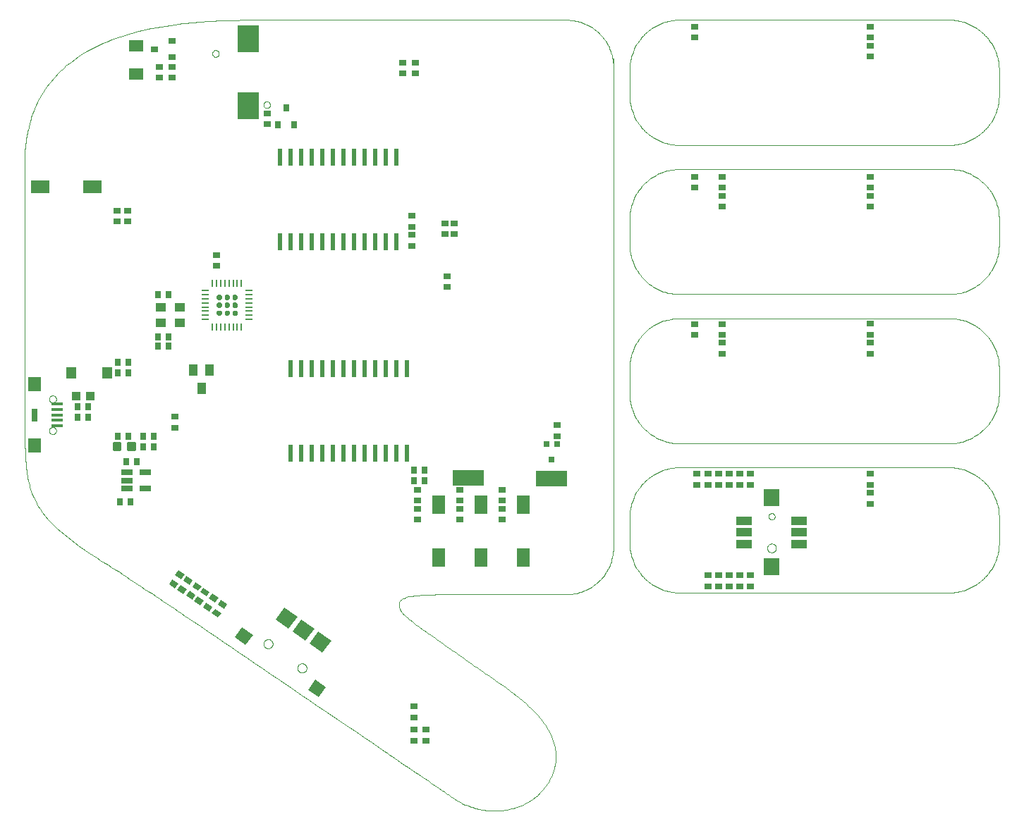
<source format=gtp>
G75*
%MOIN*%
%OFA0B0*%
%FSLAX25Y25*%
%IPPOS*%
%LPD*%
%AMOC8*
5,1,8,0,0,1.08239X$1,22.5*
%
%ADD10C,0.00394*%
%ADD11R,0.02756X0.03543*%
%ADD12R,0.03543X0.02756*%
%ADD13R,0.05000X0.05787*%
%ADD14R,0.04331X0.03937*%
%ADD15R,0.05512X0.02756*%
%ADD16R,0.03346X0.01063*%
%ADD17R,0.01063X0.03346*%
%ADD18C,0.01575*%
%ADD19R,0.02300X0.08000*%
%ADD20R,0.05512X0.01575*%
%ADD21C,0.00000*%
%ADD22R,0.05906X0.07087*%
%ADD23R,0.02756X0.05906*%
%ADD24R,0.05118X0.04331*%
%ADD25R,0.03937X0.05512*%
%ADD26R,0.03150X0.03543*%
%ADD27R,0.09055X0.06299*%
%ADD28R,0.07283X0.04331*%
%ADD29R,0.07480X0.07874*%
%ADD30R,0.09843X0.12598*%
%ADD31R,0.03543X0.03150*%
%ADD32R,0.07087X0.05512*%
%ADD33R,0.07480X0.07087*%
%ADD34R,0.06299X0.05906*%
%ADD35R,0.02756X0.02756*%
%ADD36R,0.06299X0.09055*%
%ADD37C,0.01181*%
%ADD38R,0.15000X0.07600*%
D10*
X0114420Y0091836D02*
X0118103Y0089341D01*
X0121786Y0086847D01*
X0125468Y0084351D01*
X0129149Y0081855D01*
X0132830Y0079358D01*
X0136510Y0076861D01*
X0143870Y0071864D01*
X0147550Y0069365D01*
X0151228Y0066865D01*
X0154907Y0064365D01*
X0158586Y0061865D01*
X0165942Y0056863D01*
X0169620Y0054362D01*
X0173298Y0051860D01*
X0176976Y0049358D01*
X0180653Y0046857D01*
X0184331Y0044355D01*
X0185557Y0043521D01*
X0186783Y0042686D01*
X0188009Y0041852D01*
X0189235Y0041018D01*
X0190460Y0040184D01*
X0191686Y0039350D01*
X0192912Y0038515D01*
X0194138Y0037681D01*
X0196590Y0036013D01*
X0197816Y0035178D01*
X0199041Y0034344D01*
X0200267Y0033509D01*
X0201493Y0032675D01*
X0202719Y0031841D01*
X0203944Y0031006D01*
X0205170Y0030172D01*
X0207621Y0028503D01*
X0208847Y0027668D01*
X0211298Y0025999D01*
X0212524Y0025164D01*
X0213749Y0024329D01*
X0214151Y0024056D01*
X0214551Y0023779D01*
X0214951Y0023500D01*
X0215351Y0023220D01*
X0215751Y0022939D01*
X0216151Y0022658D01*
X0216551Y0022377D01*
X0216952Y0022096D01*
X0217756Y0021537D01*
X0218159Y0021260D01*
X0218971Y0020712D01*
X0219379Y0020441D01*
X0219790Y0020177D01*
X0220201Y0019912D01*
X0220615Y0019653D01*
X0221033Y0019401D01*
X0221451Y0019149D01*
X0221873Y0018904D01*
X0222726Y0018433D01*
X0223157Y0018207D01*
X0223594Y0017992D01*
X0224254Y0017667D01*
X0224925Y0017364D01*
X0225604Y0017084D01*
X0226284Y0016803D01*
X0226972Y0016544D01*
X0227669Y0016308D01*
X0228365Y0016071D01*
X0229069Y0015857D01*
X0229779Y0015666D01*
X0230488Y0015475D01*
X0231205Y0015306D01*
X0231925Y0015160D01*
X0232646Y0015014D01*
X0233371Y0014891D01*
X0234100Y0014791D01*
X0234828Y0014691D01*
X0235560Y0014615D01*
X0237027Y0014508D01*
X0237762Y0014478D01*
X0239232Y0014465D01*
X0239968Y0014482D01*
X0240702Y0014524D01*
X0241707Y0014580D01*
X0242710Y0014682D01*
X0243705Y0014831D01*
X0244701Y0014980D01*
X0245689Y0015174D01*
X0246665Y0015414D01*
X0247641Y0015654D01*
X0248605Y0015940D01*
X0250498Y0016603D01*
X0251428Y0016980D01*
X0252336Y0017402D01*
X0253243Y0017824D01*
X0254129Y0018291D01*
X0254988Y0018803D01*
X0255847Y0019315D01*
X0256679Y0019872D01*
X0258280Y0021075D01*
X0259048Y0021722D01*
X0260512Y0023103D01*
X0261207Y0023838D01*
X0261861Y0024617D01*
X0262532Y0025416D01*
X0263151Y0026248D01*
X0263715Y0027108D01*
X0264280Y0027968D01*
X0264790Y0028855D01*
X0265243Y0029766D01*
X0265696Y0030676D01*
X0266092Y0031609D01*
X0266428Y0032560D01*
X0266763Y0033511D01*
X0267039Y0034480D01*
X0267463Y0036441D01*
X0267613Y0037435D01*
X0267696Y0038435D01*
X0267780Y0039436D01*
X0267797Y0040444D01*
X0267694Y0042465D01*
X0267574Y0043477D01*
X0267382Y0044486D01*
X0267190Y0045496D01*
X0266927Y0046502D01*
X0266588Y0047501D01*
X0266243Y0048521D01*
X0265840Y0049517D01*
X0265387Y0050488D01*
X0264935Y0051459D01*
X0264432Y0052406D01*
X0263885Y0053329D01*
X0263339Y0054253D01*
X0262749Y0055153D01*
X0262123Y0056030D01*
X0261497Y0056907D01*
X0260835Y0057761D01*
X0260142Y0058592D01*
X0259450Y0059424D01*
X0258728Y0060234D01*
X0257984Y0061022D01*
X0257239Y0061810D01*
X0256472Y0062577D01*
X0255689Y0063322D01*
X0254905Y0064068D01*
X0254106Y0064793D01*
X0253298Y0065497D01*
X0252490Y0066202D01*
X0251672Y0066886D01*
X0250853Y0067551D01*
X0250015Y0068231D01*
X0249169Y0068900D01*
X0247461Y0070223D01*
X0246599Y0070876D01*
X0245732Y0071522D01*
X0244865Y0072167D01*
X0243992Y0072807D01*
X0243115Y0073440D01*
X0242237Y0074074D01*
X0241355Y0074703D01*
X0240471Y0075327D01*
X0239586Y0075952D01*
X0238698Y0076572D01*
X0237810Y0077191D01*
X0236921Y0077809D01*
X0236031Y0078425D01*
X0235141Y0079041D01*
X0234251Y0079656D01*
X0233361Y0080270D01*
X0232473Y0080885D01*
X0231585Y0081501D01*
X0230698Y0082116D01*
X0229815Y0082735D01*
X0228903Y0083373D01*
X0227990Y0084011D01*
X0226164Y0085286D01*
X0225251Y0085924D01*
X0224338Y0086561D01*
X0223424Y0087198D01*
X0222511Y0087836D01*
X0221598Y0088473D01*
X0220685Y0089111D01*
X0219772Y0089749D01*
X0218860Y0090387D01*
X0217947Y0091026D01*
X0217035Y0091665D01*
X0216124Y0092304D01*
X0215212Y0092944D01*
X0214301Y0093585D01*
X0213391Y0094226D01*
X0212481Y0094868D01*
X0211571Y0095510D01*
X0210663Y0096154D01*
X0209754Y0096798D01*
X0208847Y0097443D01*
X0207940Y0098090D01*
X0207542Y0098374D01*
X0207143Y0098657D01*
X0206743Y0098940D01*
X0206343Y0099222D01*
X0205942Y0099504D01*
X0205541Y0099787D01*
X0205140Y0100070D01*
X0204739Y0100353D01*
X0204338Y0100637D01*
X0203938Y0100921D01*
X0203538Y0101207D01*
X0203140Y0101494D01*
X0202741Y0101781D01*
X0202344Y0102069D01*
X0201554Y0102652D01*
X0201161Y0102946D01*
X0200771Y0103243D01*
X0200381Y0103540D01*
X0199993Y0103840D01*
X0199609Y0104144D01*
X0199226Y0104448D01*
X0198845Y0104755D01*
X0198469Y0105068D01*
X0198220Y0105274D01*
X0197946Y0105502D01*
X0197658Y0105748D01*
X0197370Y0105994D01*
X0197069Y0106259D01*
X0196766Y0106540D01*
X0196464Y0106820D01*
X0196160Y0107117D01*
X0195574Y0107736D01*
X0195292Y0108059D01*
X0194773Y0108727D01*
X0194537Y0109072D01*
X0194134Y0109778D01*
X0193967Y0110139D01*
X0193848Y0110506D01*
X0193728Y0110873D01*
X0193656Y0111245D01*
X0193643Y0111620D01*
X0193630Y0111996D01*
X0193676Y0112375D01*
X0193794Y0112754D01*
X0193916Y0113147D01*
X0194108Y0113494D01*
X0194355Y0113801D01*
X0194602Y0114107D01*
X0194905Y0114373D01*
X0195249Y0114604D01*
X0195593Y0114835D01*
X0195979Y0115031D01*
X0196804Y0115367D01*
X0197244Y0115507D01*
X0198150Y0115740D01*
X0198616Y0115834D01*
X0199082Y0115912D01*
X0199547Y0115990D01*
X0200011Y0116051D01*
X0200908Y0116152D01*
X0201342Y0116192D01*
X0201746Y0116227D01*
X0202151Y0116263D01*
X0202526Y0116294D01*
X0202857Y0116326D01*
X0203312Y0116370D01*
X0203766Y0116410D01*
X0204677Y0116482D01*
X0205132Y0116514D01*
X0205588Y0116542D01*
X0206043Y0116570D01*
X0206499Y0116595D01*
X0206956Y0116616D01*
X0207412Y0116638D01*
X0207868Y0116656D01*
X0208325Y0116672D01*
X0208781Y0116688D01*
X0209238Y0116701D01*
X0210151Y0116723D01*
X0210608Y0116732D01*
X0211064Y0116739D01*
X0211521Y0116746D01*
X0211977Y0116751D01*
X0212434Y0116755D01*
X0212891Y0116759D01*
X0213347Y0116762D01*
X0213803Y0116764D01*
X0214793Y0116768D01*
X0215783Y0116771D01*
X0217764Y0116777D01*
X0218754Y0116779D01*
X0219744Y0116781D01*
X0220734Y0116782D01*
X0221724Y0116784D01*
X0222714Y0116784D01*
X0223704Y0116785D01*
X0224695Y0116786D01*
X0225685Y0116786D01*
X0226675Y0116786D01*
X0227665Y0116786D01*
X0228655Y0116786D01*
X0229645Y0116786D01*
X0230635Y0116786D01*
X0231626Y0116786D01*
X0232616Y0116786D01*
X0233606Y0116787D01*
X0234596Y0116787D01*
X0235586Y0116788D01*
X0236576Y0116788D01*
X0237566Y0116790D01*
X0238764Y0116791D01*
X0239962Y0116793D01*
X0242358Y0116795D01*
X0243555Y0116796D01*
X0244753Y0116797D01*
X0245951Y0116799D01*
X0247149Y0116800D01*
X0248347Y0116801D01*
X0249545Y0116802D01*
X0250743Y0116802D01*
X0251940Y0116803D01*
X0253138Y0116804D01*
X0254336Y0116805D01*
X0256732Y0116806D01*
X0257930Y0116806D01*
X0259127Y0116807D01*
X0260325Y0116807D01*
X0261523Y0116808D01*
X0262721Y0116808D01*
X0263919Y0116808D01*
X0265117Y0116808D01*
X0266718Y0116808D01*
X0267123Y0116804D01*
X0267531Y0116799D01*
X0267938Y0116794D01*
X0268347Y0116786D01*
X0268757Y0116779D01*
X0269167Y0116772D01*
X0269578Y0116766D01*
X0269989Y0116761D01*
X0270401Y0116756D01*
X0270813Y0116753D01*
X0271636Y0116755D01*
X0272047Y0116760D01*
X0272869Y0116781D01*
X0273279Y0116798D01*
X0273687Y0116822D01*
X0274095Y0116846D01*
X0274502Y0116878D01*
X0275312Y0116960D01*
X0275714Y0117011D01*
X0276114Y0117073D01*
X0276875Y0117192D01*
X0277626Y0117350D01*
X0278366Y0117547D01*
X0279106Y0117744D01*
X0279834Y0117979D01*
X0280547Y0118250D01*
X0281260Y0118521D01*
X0281959Y0118828D01*
X0282641Y0119170D01*
X0283322Y0119512D01*
X0283986Y0119888D01*
X0284630Y0120296D01*
X0285273Y0120704D01*
X0285896Y0121144D01*
X0286496Y0121615D01*
X0287096Y0122085D01*
X0287673Y0122586D01*
X0288224Y0123115D01*
X0288774Y0123644D01*
X0289299Y0124201D01*
X0289795Y0124785D01*
X0290290Y0125368D01*
X0290757Y0125978D01*
X0291191Y0126612D01*
X0291565Y0127156D01*
X0291906Y0127708D01*
X0292217Y0128270D01*
X0292528Y0128831D01*
X0292810Y0129401D01*
X0293317Y0130555D01*
X0293544Y0131140D01*
X0293744Y0131732D01*
X0293945Y0132324D01*
X0294120Y0132922D01*
X0294272Y0133527D01*
X0294424Y0134132D01*
X0294553Y0134743D01*
X0294660Y0135360D01*
X0294768Y0135977D01*
X0294854Y0136599D01*
X0294988Y0137853D01*
X0295037Y0138485D01*
X0295068Y0139121D01*
X0295100Y0139758D01*
X0295114Y0140398D01*
X0295114Y0370099D01*
X0295096Y0365780D01*
X0295057Y0366455D01*
X0295019Y0367131D01*
X0294959Y0367802D01*
X0294878Y0368466D01*
X0294796Y0369131D01*
X0294692Y0369790D01*
X0294563Y0370441D01*
X0294435Y0371093D01*
X0294282Y0371738D01*
X0293922Y0373011D01*
X0293716Y0373640D01*
X0293482Y0374260D01*
X0293247Y0374880D01*
X0292984Y0375491D01*
X0292690Y0376092D01*
X0292396Y0376693D01*
X0292071Y0377284D01*
X0291714Y0377865D01*
X0291357Y0378445D01*
X0290968Y0379015D01*
X0290543Y0379572D01*
X0290076Y0380186D01*
X0289578Y0380774D01*
X0288526Y0381895D01*
X0287972Y0382427D01*
X0287394Y0382929D01*
X0286815Y0383431D01*
X0286212Y0383904D01*
X0284962Y0384786D01*
X0284315Y0385195D01*
X0282984Y0385947D01*
X0282300Y0386289D01*
X0281599Y0386596D01*
X0280899Y0386903D01*
X0280183Y0387175D01*
X0279454Y0387409D01*
X0278725Y0387644D01*
X0277983Y0387841D01*
X0277231Y0387999D01*
X0276479Y0388158D01*
X0275718Y0388277D01*
X0274949Y0388355D01*
X0274570Y0388394D01*
X0274190Y0388425D01*
X0273809Y0388450D01*
X0273428Y0388474D01*
X0273046Y0388493D01*
X0272664Y0388506D01*
X0272281Y0388519D01*
X0271898Y0388528D01*
X0271514Y0388532D01*
X0271131Y0388537D01*
X0270747Y0388538D01*
X0270362Y0388537D01*
X0269978Y0388535D01*
X0269594Y0388531D01*
X0269210Y0388526D01*
X0268826Y0388521D01*
X0268442Y0388515D01*
X0268059Y0388509D01*
X0267675Y0388503D01*
X0267292Y0388497D01*
X0266528Y0388489D01*
X0266146Y0388486D01*
X0130394Y0388486D01*
X0128533Y0388483D01*
X0126671Y0388475D01*
X0124809Y0388466D01*
X0122947Y0388452D01*
X0121086Y0388429D01*
X0119224Y0388405D01*
X0117363Y0388372D01*
X0113642Y0388282D01*
X0111783Y0388224D01*
X0109923Y0388151D01*
X0108064Y0388078D01*
X0106206Y0387989D01*
X0104349Y0387881D01*
X0102492Y0387773D01*
X0100636Y0387646D01*
X0098782Y0387497D01*
X0096927Y0387348D01*
X0095074Y0387176D01*
X0093222Y0386980D01*
X0091371Y0386783D01*
X0089521Y0386560D01*
X0087673Y0386309D01*
X0085526Y0386017D01*
X0083369Y0385690D01*
X0081210Y0385320D01*
X0079051Y0384949D01*
X0076891Y0384536D01*
X0074737Y0384072D01*
X0072584Y0383609D01*
X0070437Y0383095D01*
X0068307Y0382523D01*
X0066176Y0381951D01*
X0064062Y0381322D01*
X0059882Y0379933D01*
X0057817Y0379174D01*
X0055785Y0378342D01*
X0053753Y0377510D01*
X0051755Y0376605D01*
X0049799Y0375621D01*
X0047844Y0374637D01*
X0045930Y0373573D01*
X0044068Y0372421D01*
X0042205Y0371270D01*
X0040394Y0370031D01*
X0038643Y0368698D01*
X0037813Y0368066D01*
X0037000Y0367413D01*
X0036207Y0366738D01*
X0035413Y0366063D01*
X0034638Y0365367D01*
X0033884Y0364651D01*
X0033129Y0363935D01*
X0032395Y0363199D01*
X0030970Y0361686D01*
X0030279Y0360910D01*
X0028944Y0359319D01*
X0028299Y0358505D01*
X0027059Y0356839D01*
X0026464Y0355988D01*
X0025324Y0354249D01*
X0024780Y0353362D01*
X0023746Y0351553D01*
X0023257Y0350631D01*
X0022796Y0349693D01*
X0022409Y0348905D01*
X0022048Y0348111D01*
X0021372Y0346513D01*
X0021057Y0345708D01*
X0020764Y0344899D01*
X0020470Y0344089D01*
X0020197Y0343275D01*
X0019942Y0342455D01*
X0019687Y0341636D01*
X0019450Y0340812D01*
X0019008Y0339155D01*
X0018803Y0338322D01*
X0018610Y0337484D01*
X0018418Y0336647D01*
X0018238Y0335805D01*
X0018069Y0334959D01*
X0017899Y0334114D01*
X0017741Y0333264D01*
X0017589Y0332410D01*
X0017438Y0331557D01*
X0017295Y0330700D01*
X0017157Y0329839D01*
X0017099Y0329480D01*
X0017053Y0329117D01*
X0016978Y0328382D01*
X0016949Y0328011D01*
X0016907Y0327265D01*
X0016893Y0326889D01*
X0016883Y0326511D01*
X0016874Y0326134D01*
X0016870Y0325755D01*
X0016869Y0325376D01*
X0016869Y0324997D01*
X0016871Y0324618D01*
X0016874Y0324239D01*
X0016878Y0323860D01*
X0016882Y0323483D01*
X0016889Y0322731D01*
X0016892Y0322357D01*
X0016892Y0321987D01*
X0016892Y0321616D01*
X0016889Y0321248D01*
X0016882Y0320885D01*
X0016873Y0320497D01*
X0016867Y0320109D01*
X0016861Y0319720D01*
X0016855Y0319332D01*
X0016851Y0318944D01*
X0016847Y0318556D01*
X0016844Y0318167D01*
X0016841Y0317779D01*
X0016839Y0317391D01*
X0016838Y0317003D01*
X0016836Y0316614D01*
X0016836Y0316226D01*
X0016835Y0315838D01*
X0016835Y0315449D01*
X0016835Y0315061D01*
X0016836Y0314673D01*
X0016836Y0314285D01*
X0016837Y0313896D01*
X0016837Y0313508D01*
X0016838Y0313120D01*
X0016838Y0312731D01*
X0016839Y0312343D01*
X0016839Y0311955D01*
X0016839Y0208801D01*
X0016839Y0208056D01*
X0016838Y0207310D01*
X0016837Y0206564D01*
X0016836Y0205819D01*
X0016835Y0205073D01*
X0016834Y0204327D01*
X0016833Y0203582D01*
X0016831Y0202090D01*
X0016831Y0201345D01*
X0016830Y0200599D01*
X0016830Y0199853D01*
X0016830Y0199108D01*
X0016831Y0198362D01*
X0016831Y0197616D01*
X0016833Y0196871D01*
X0016835Y0196125D01*
X0016837Y0195379D01*
X0016840Y0194634D01*
X0016844Y0193888D01*
X0016848Y0193142D01*
X0016853Y0192397D01*
X0016859Y0191651D01*
X0016868Y0190610D01*
X0016877Y0189565D01*
X0016891Y0188516D01*
X0016904Y0187468D01*
X0016923Y0186416D01*
X0016952Y0185364D01*
X0016980Y0184311D01*
X0017018Y0183257D01*
X0017124Y0181151D01*
X0017191Y0180099D01*
X0017277Y0179048D01*
X0017363Y0177998D01*
X0017469Y0176951D01*
X0017727Y0174864D01*
X0017881Y0173825D01*
X0018063Y0172792D01*
X0018245Y0171759D01*
X0018455Y0170732D01*
X0018699Y0169712D01*
X0018943Y0168693D01*
X0019221Y0167682D01*
X0019536Y0166680D01*
X0020176Y0164648D01*
X0020987Y0162717D01*
X0021943Y0160877D01*
X0022899Y0159037D01*
X0024000Y0157287D01*
X0025219Y0155617D01*
X0026437Y0153947D01*
X0027775Y0152357D01*
X0029204Y0150836D01*
X0030634Y0149315D01*
X0032156Y0147864D01*
X0033743Y0146472D01*
X0035331Y0145080D01*
X0036984Y0143747D01*
X0040370Y0141178D01*
X0042102Y0139942D01*
X0045594Y0137547D01*
X0047353Y0136387D01*
X0049099Y0135255D01*
X0050845Y0134123D01*
X0052578Y0133018D01*
X0054272Y0131931D01*
X0056027Y0130804D01*
X0057780Y0129673D01*
X0059529Y0128538D01*
X0061279Y0127404D01*
X0063026Y0126265D01*
X0064771Y0125123D01*
X0066516Y0123981D01*
X0068258Y0122835D01*
X0069999Y0121687D01*
X0071739Y0120538D01*
X0073478Y0119387D01*
X0075215Y0118233D01*
X0076952Y0117079D01*
X0078687Y0115922D01*
X0080420Y0114764D01*
X0082154Y0113605D01*
X0083887Y0112444D01*
X0085618Y0111282D01*
X0087350Y0110120D01*
X0089080Y0108956D01*
X0090810Y0107791D01*
X0092539Y0106625D01*
X0094268Y0105459D01*
X0095997Y0104292D01*
X0099683Y0101803D01*
X0103368Y0099313D01*
X0107053Y0096821D01*
X0110737Y0094329D01*
X0114420Y0091836D01*
X0303036Y0137277D02*
X0302915Y0138057D01*
X0302753Y0139640D01*
X0302712Y0140443D01*
X0302712Y0154004D01*
X0302753Y0154807D01*
X0302834Y0155598D01*
X0302915Y0156390D01*
X0303036Y0157170D01*
X0303194Y0157937D01*
X0303352Y0158704D01*
X0303547Y0159458D01*
X0303778Y0160197D01*
X0304009Y0160935D01*
X0304276Y0161658D01*
X0304875Y0163070D01*
X0305209Y0163759D01*
X0305573Y0164428D01*
X0305938Y0165097D01*
X0306334Y0165747D01*
X0307186Y0167004D01*
X0307641Y0167612D01*
X0308606Y0168779D01*
X0309115Y0169340D01*
X0309651Y0169875D01*
X0310186Y0170410D01*
X0310746Y0170920D01*
X0311914Y0171885D01*
X0312521Y0172340D01*
X0313779Y0173191D01*
X0314429Y0173587D01*
X0315098Y0173952D01*
X0315767Y0174317D01*
X0316456Y0174650D01*
X0317868Y0175250D01*
X0318591Y0175517D01*
X0319329Y0175748D01*
X0320068Y0175979D01*
X0320821Y0176174D01*
X0322355Y0176490D01*
X0323136Y0176611D01*
X0324719Y0176773D01*
X0325522Y0176814D01*
X0454499Y0176814D01*
X0455302Y0176773D01*
X0456885Y0176611D01*
X0457665Y0176490D01*
X0458432Y0176332D01*
X0459199Y0176174D01*
X0459953Y0175979D01*
X0460691Y0175748D01*
X0461430Y0175517D01*
X0462153Y0175250D01*
X0463565Y0174650D01*
X0464253Y0174317D01*
X0464923Y0173952D01*
X0465592Y0173587D01*
X0466242Y0173191D01*
X0467499Y0172340D01*
X0468106Y0171885D01*
X0469274Y0170920D01*
X0469835Y0170410D01*
X0470370Y0169875D01*
X0470905Y0169340D01*
X0471415Y0168779D01*
X0472380Y0167612D01*
X0472835Y0167004D01*
X0473686Y0165747D01*
X0474082Y0165097D01*
X0474447Y0164428D01*
X0474812Y0163759D01*
X0475145Y0163070D01*
X0475745Y0161658D01*
X0476011Y0160935D01*
X0476242Y0160197D01*
X0476473Y0159458D01*
X0476669Y0158704D01*
X0476985Y0157170D01*
X0477105Y0156390D01*
X0477186Y0155598D01*
X0477267Y0154807D01*
X0477309Y0154004D01*
X0477309Y0140443D01*
X0477267Y0139640D01*
X0477105Y0138057D01*
X0476985Y0137277D01*
X0476827Y0136510D01*
X0476669Y0135743D01*
X0476473Y0134989D01*
X0476242Y0134251D01*
X0476011Y0133512D01*
X0475745Y0132789D01*
X0475145Y0131377D01*
X0474812Y0130689D01*
X0474447Y0130020D01*
X0474082Y0129350D01*
X0473686Y0128700D01*
X0473260Y0128072D01*
X0472835Y0127443D01*
X0472380Y0126836D01*
X0471897Y0126252D01*
X0471415Y0125668D01*
X0470905Y0125107D01*
X0469835Y0124037D01*
X0469274Y0123527D01*
X0468106Y0122562D01*
X0467499Y0122107D01*
X0466870Y0121682D01*
X0466242Y0121256D01*
X0465592Y0120860D01*
X0464923Y0120495D01*
X0464253Y0120130D01*
X0463565Y0119797D01*
X0462153Y0119197D01*
X0461430Y0118931D01*
X0460691Y0118700D01*
X0459953Y0118469D01*
X0459199Y0118273D01*
X0458432Y0118115D01*
X0457665Y0117957D01*
X0456885Y0117837D01*
X0455302Y0117675D01*
X0454499Y0117633D01*
X0325522Y0117633D01*
X0324719Y0117675D01*
X0323136Y0117837D01*
X0322355Y0117957D01*
X0321588Y0118115D01*
X0320821Y0118273D01*
X0320068Y0118469D01*
X0319329Y0118700D01*
X0318591Y0118931D01*
X0317868Y0119197D01*
X0316456Y0119797D01*
X0315767Y0120130D01*
X0315098Y0120495D01*
X0314429Y0120860D01*
X0313779Y0121256D01*
X0313150Y0121682D01*
X0312521Y0122107D01*
X0311914Y0122562D01*
X0310746Y0123527D01*
X0310186Y0124037D01*
X0309115Y0125107D01*
X0308606Y0125668D01*
X0308123Y0126252D01*
X0307641Y0126836D01*
X0307186Y0127443D01*
X0306760Y0128072D01*
X0306334Y0128700D01*
X0305938Y0129350D01*
X0305573Y0130020D01*
X0305209Y0130689D01*
X0304875Y0131377D01*
X0304276Y0132789D01*
X0304009Y0133512D01*
X0303778Y0134251D01*
X0303547Y0134989D01*
X0303352Y0135743D01*
X0303194Y0136510D01*
X0303036Y0137277D01*
X0319329Y0189257D02*
X0318591Y0189488D01*
X0317868Y0189755D01*
X0316456Y0190354D01*
X0315767Y0190688D01*
X0315098Y0191052D01*
X0314429Y0191417D01*
X0313779Y0191813D01*
X0313150Y0192239D01*
X0312521Y0192665D01*
X0311914Y0193120D01*
X0311330Y0193602D01*
X0310746Y0194084D01*
X0310186Y0194594D01*
X0309115Y0195665D01*
X0308606Y0196225D01*
X0307641Y0197393D01*
X0307186Y0198000D01*
X0306760Y0198629D01*
X0306334Y0199258D01*
X0305938Y0199908D01*
X0305573Y0200577D01*
X0305209Y0201246D01*
X0304875Y0201935D01*
X0304276Y0203346D01*
X0304009Y0204070D01*
X0303778Y0204808D01*
X0303547Y0205547D01*
X0303352Y0206300D01*
X0303194Y0207067D01*
X0303036Y0207834D01*
X0302915Y0208615D01*
X0302753Y0210198D01*
X0302712Y0211001D01*
X0302712Y0224561D01*
X0302753Y0225364D01*
X0302915Y0226947D01*
X0303036Y0227728D01*
X0303194Y0228495D01*
X0303352Y0229262D01*
X0303547Y0230015D01*
X0303778Y0230754D01*
X0304009Y0231492D01*
X0304276Y0232216D01*
X0304875Y0233627D01*
X0305209Y0234316D01*
X0305573Y0234985D01*
X0305938Y0235654D01*
X0306334Y0236304D01*
X0307186Y0237562D01*
X0307641Y0238169D01*
X0308606Y0239337D01*
X0309115Y0239897D01*
X0310186Y0240968D01*
X0310746Y0241478D01*
X0311914Y0242442D01*
X0312521Y0242897D01*
X0313779Y0243749D01*
X0314429Y0244145D01*
X0315098Y0244510D01*
X0315767Y0244874D01*
X0316456Y0245208D01*
X0317868Y0245807D01*
X0318591Y0246074D01*
X0319329Y0246305D01*
X0320068Y0246536D01*
X0320821Y0246731D01*
X0322355Y0247047D01*
X0323136Y0247168D01*
X0324719Y0247330D01*
X0325522Y0247371D01*
X0454499Y0247371D01*
X0455302Y0247330D01*
X0456885Y0247168D01*
X0457665Y0247047D01*
X0458432Y0246889D01*
X0459199Y0246731D01*
X0459953Y0246536D01*
X0460691Y0246305D01*
X0461430Y0246074D01*
X0462153Y0245807D01*
X0463565Y0245208D01*
X0464253Y0244874D01*
X0464923Y0244510D01*
X0465592Y0244145D01*
X0466242Y0243749D01*
X0467499Y0242897D01*
X0468106Y0242442D01*
X0469274Y0241478D01*
X0469835Y0240968D01*
X0470905Y0239897D01*
X0471415Y0239337D01*
X0472380Y0238169D01*
X0472835Y0237562D01*
X0473686Y0236304D01*
X0474082Y0235654D01*
X0474447Y0234985D01*
X0474812Y0234316D01*
X0475145Y0233627D01*
X0475745Y0232216D01*
X0476011Y0231492D01*
X0476242Y0230754D01*
X0476473Y0230015D01*
X0476669Y0229262D01*
X0476985Y0227728D01*
X0477105Y0226947D01*
X0477267Y0225364D01*
X0477309Y0224561D01*
X0477309Y0211001D01*
X0477267Y0210198D01*
X0477105Y0208615D01*
X0476985Y0207834D01*
X0476827Y0207067D01*
X0476669Y0206300D01*
X0476473Y0205547D01*
X0476242Y0204808D01*
X0476011Y0204070D01*
X0475745Y0203346D01*
X0475145Y0201935D01*
X0474812Y0201246D01*
X0474447Y0200577D01*
X0474082Y0199908D01*
X0473686Y0199258D01*
X0473260Y0198629D01*
X0472835Y0198000D01*
X0472380Y0197393D01*
X0471415Y0196225D01*
X0470905Y0195665D01*
X0469835Y0194594D01*
X0469274Y0194084D01*
X0468690Y0193602D01*
X0468106Y0193120D01*
X0467499Y0192665D01*
X0466870Y0192239D01*
X0466242Y0191813D01*
X0465592Y0191417D01*
X0464923Y0191052D01*
X0464253Y0190688D01*
X0463565Y0190354D01*
X0462153Y0189755D01*
X0461430Y0189488D01*
X0460691Y0189257D01*
X0459953Y0189026D01*
X0459199Y0188831D01*
X0458432Y0188673D01*
X0457665Y0188515D01*
X0456885Y0188394D01*
X0455302Y0188232D01*
X0454499Y0188191D01*
X0325522Y0188191D01*
X0324719Y0188232D01*
X0323136Y0188394D01*
X0322355Y0188515D01*
X0321588Y0188673D01*
X0320821Y0188831D01*
X0320068Y0189026D01*
X0319329Y0189257D01*
X0324719Y0258789D02*
X0323136Y0258951D01*
X0322355Y0259072D01*
X0320821Y0259388D01*
X0320068Y0259583D01*
X0319329Y0259814D01*
X0318591Y0260045D01*
X0317868Y0260312D01*
X0316456Y0260912D01*
X0315767Y0261245D01*
X0315098Y0261610D01*
X0314429Y0261975D01*
X0313779Y0262371D01*
X0313150Y0262796D01*
X0312521Y0263222D01*
X0311914Y0263677D01*
X0310746Y0264642D01*
X0310186Y0265152D01*
X0309115Y0266222D01*
X0308606Y0266783D01*
X0307641Y0267950D01*
X0307186Y0268558D01*
X0306760Y0269186D01*
X0306334Y0269815D01*
X0305938Y0270465D01*
X0305573Y0271134D01*
X0305209Y0271803D01*
X0304875Y0272492D01*
X0304276Y0273904D01*
X0304009Y0274627D01*
X0303778Y0275365D01*
X0303547Y0276104D01*
X0303352Y0276858D01*
X0303194Y0277625D01*
X0303036Y0278392D01*
X0302915Y0279172D01*
X0302753Y0280755D01*
X0302712Y0281558D01*
X0302712Y0295119D01*
X0302753Y0295922D01*
X0302915Y0297505D01*
X0303036Y0298285D01*
X0303194Y0299052D01*
X0303352Y0299819D01*
X0303547Y0300573D01*
X0303778Y0301311D01*
X0304009Y0302050D01*
X0304276Y0302773D01*
X0304875Y0304185D01*
X0305209Y0304873D01*
X0305573Y0305542D01*
X0305938Y0306212D01*
X0306334Y0306862D01*
X0307186Y0308119D01*
X0307641Y0308726D01*
X0308606Y0309894D01*
X0309115Y0310455D01*
X0310186Y0311525D01*
X0310746Y0312035D01*
X0311914Y0313000D01*
X0312521Y0313455D01*
X0313150Y0313880D01*
X0313779Y0314306D01*
X0314429Y0314702D01*
X0315098Y0315067D01*
X0315767Y0315432D01*
X0316456Y0315765D01*
X0317868Y0316365D01*
X0318591Y0316631D01*
X0319329Y0316862D01*
X0320068Y0317093D01*
X0320821Y0317289D01*
X0322355Y0317605D01*
X0323136Y0317725D01*
X0324719Y0317887D01*
X0325522Y0317929D01*
X0454499Y0317929D01*
X0455302Y0317887D01*
X0456885Y0317725D01*
X0457665Y0317605D01*
X0458432Y0317447D01*
X0459199Y0317289D01*
X0459953Y0317093D01*
X0460691Y0316862D01*
X0461430Y0316631D01*
X0462153Y0316365D01*
X0463565Y0315765D01*
X0464253Y0315432D01*
X0464923Y0315067D01*
X0465592Y0314702D01*
X0466242Y0314306D01*
X0466870Y0313880D01*
X0467499Y0313455D01*
X0468106Y0313000D01*
X0469274Y0312035D01*
X0469835Y0311525D01*
X0470905Y0310455D01*
X0471415Y0309894D01*
X0472380Y0308726D01*
X0472835Y0308119D01*
X0473686Y0306862D01*
X0474082Y0306212D01*
X0474447Y0305542D01*
X0474812Y0304873D01*
X0475145Y0304185D01*
X0475745Y0302773D01*
X0476011Y0302050D01*
X0476242Y0301311D01*
X0476473Y0300573D01*
X0476669Y0299819D01*
X0476985Y0298285D01*
X0477105Y0297505D01*
X0477267Y0295922D01*
X0477309Y0295119D01*
X0477309Y0281558D01*
X0477267Y0280755D01*
X0477105Y0279172D01*
X0476985Y0278392D01*
X0476827Y0277625D01*
X0476669Y0276858D01*
X0476473Y0276104D01*
X0476242Y0275365D01*
X0476011Y0274627D01*
X0475745Y0273904D01*
X0475145Y0272492D01*
X0474812Y0271803D01*
X0474447Y0271134D01*
X0474082Y0270465D01*
X0473686Y0269815D01*
X0473260Y0269186D01*
X0472835Y0268558D01*
X0472380Y0267950D01*
X0471415Y0266783D01*
X0470905Y0266222D01*
X0469835Y0265152D01*
X0469274Y0264642D01*
X0468106Y0263677D01*
X0467499Y0263222D01*
X0466870Y0262796D01*
X0466242Y0262371D01*
X0465592Y0261975D01*
X0464253Y0261245D01*
X0463565Y0260912D01*
X0462153Y0260312D01*
X0461430Y0260045D01*
X0460691Y0259814D01*
X0459953Y0259583D01*
X0459199Y0259388D01*
X0458432Y0259230D01*
X0457665Y0259072D01*
X0456885Y0258951D01*
X0455302Y0258789D01*
X0454499Y0258748D01*
X0325522Y0258748D01*
X0324719Y0258789D01*
X0325522Y0329305D02*
X0454499Y0329305D01*
X0455302Y0329347D01*
X0456885Y0329509D01*
X0457665Y0329629D01*
X0458432Y0329787D01*
X0459199Y0329945D01*
X0459953Y0330141D01*
X0460691Y0330372D01*
X0461430Y0330603D01*
X0462153Y0330869D01*
X0463565Y0331469D01*
X0464253Y0331802D01*
X0464923Y0332167D01*
X0465592Y0332532D01*
X0466242Y0332928D01*
X0467499Y0333779D01*
X0468106Y0334234D01*
X0469274Y0335199D01*
X0469835Y0335709D01*
X0470905Y0336779D01*
X0471415Y0337340D01*
X0472380Y0338508D01*
X0472835Y0339115D01*
X0473686Y0340372D01*
X0474082Y0341022D01*
X0474447Y0341691D01*
X0474812Y0342361D01*
X0475145Y0343049D01*
X0475745Y0344461D01*
X0476011Y0345184D01*
X0476242Y0345923D01*
X0476473Y0346661D01*
X0476669Y0347415D01*
X0476827Y0348182D01*
X0476985Y0348949D01*
X0477105Y0349729D01*
X0477267Y0351312D01*
X0477309Y0352115D01*
X0477309Y0365676D01*
X0477267Y0366479D01*
X0477105Y0368062D01*
X0476985Y0368842D01*
X0476827Y0369609D01*
X0476669Y0370376D01*
X0476473Y0371130D01*
X0476242Y0371868D01*
X0476011Y0372607D01*
X0475745Y0373330D01*
X0475145Y0374742D01*
X0474812Y0375431D01*
X0474447Y0376100D01*
X0474082Y0376769D01*
X0473686Y0377419D01*
X0473260Y0378048D01*
X0472835Y0378676D01*
X0472380Y0379284D01*
X0471415Y0380451D01*
X0470905Y0381012D01*
X0469835Y0382082D01*
X0469274Y0382592D01*
X0468106Y0383557D01*
X0467499Y0384012D01*
X0466870Y0384438D01*
X0466242Y0384863D01*
X0465592Y0385259D01*
X0464923Y0385624D01*
X0464253Y0385989D01*
X0463565Y0386322D01*
X0462153Y0386922D01*
X0461430Y0387188D01*
X0460691Y0387419D01*
X0459953Y0387650D01*
X0459199Y0387846D01*
X0458432Y0388004D01*
X0457665Y0388162D01*
X0456885Y0388282D01*
X0455302Y0388445D01*
X0454499Y0388486D01*
X0325522Y0388486D01*
X0324719Y0388445D01*
X0323136Y0388282D01*
X0322355Y0388162D01*
X0321588Y0388004D01*
X0320821Y0387846D01*
X0320068Y0387650D01*
X0319329Y0387419D01*
X0318591Y0387188D01*
X0317868Y0386922D01*
X0316456Y0386322D01*
X0315767Y0385989D01*
X0315098Y0385624D01*
X0314429Y0385259D01*
X0313779Y0384863D01*
X0313150Y0384438D01*
X0312521Y0384012D01*
X0311914Y0383557D01*
X0310746Y0382592D01*
X0310186Y0382082D01*
X0309115Y0381012D01*
X0308606Y0380451D01*
X0307641Y0379284D01*
X0307186Y0378676D01*
X0306760Y0378048D01*
X0306334Y0377419D01*
X0305938Y0376769D01*
X0305573Y0376100D01*
X0305209Y0375431D01*
X0304875Y0374742D01*
X0304276Y0373330D01*
X0304009Y0372607D01*
X0303778Y0371868D01*
X0303547Y0371130D01*
X0303352Y0370376D01*
X0303194Y0369609D01*
X0303036Y0368842D01*
X0302915Y0368062D01*
X0302753Y0366479D01*
X0302712Y0365676D01*
X0302712Y0352115D01*
X0302753Y0351312D01*
X0302915Y0349729D01*
X0303036Y0348949D01*
X0303194Y0348182D01*
X0303352Y0347415D01*
X0303547Y0346661D01*
X0303778Y0345923D01*
X0304009Y0345184D01*
X0304276Y0344461D01*
X0304875Y0343049D01*
X0305209Y0342361D01*
X0305573Y0341691D01*
X0305938Y0341022D01*
X0306334Y0340372D01*
X0307186Y0339115D01*
X0307641Y0338508D01*
X0308606Y0337340D01*
X0309115Y0336779D01*
X0310186Y0335709D01*
X0310746Y0335199D01*
X0311914Y0334234D01*
X0312521Y0333779D01*
X0313779Y0332928D01*
X0314429Y0332532D01*
X0315098Y0332167D01*
X0315767Y0331802D01*
X0316456Y0331469D01*
X0317868Y0330869D01*
X0318591Y0330603D01*
X0319329Y0330372D01*
X0320068Y0330141D01*
X0320821Y0329945D01*
X0322355Y0329629D01*
X0323136Y0329509D01*
X0324719Y0329347D01*
X0325522Y0329305D01*
D11*
X0205906Y0175697D03*
X0205906Y0170697D03*
X0200787Y0170697D03*
X0200787Y0175697D03*
G36*
X0112503Y0112300D02*
X0110962Y0110016D01*
X0108027Y0111996D01*
X0109568Y0114280D01*
X0112503Y0112300D01*
G37*
G36*
X0109641Y0108056D02*
X0108100Y0105772D01*
X0105165Y0107752D01*
X0106706Y0110036D01*
X0109641Y0108056D01*
G37*
G36*
X0105539Y0110915D02*
X0103998Y0108631D01*
X0101063Y0110611D01*
X0102604Y0112895D01*
X0105539Y0110915D01*
G37*
G36*
X0108401Y0115158D02*
X0106860Y0112874D01*
X0103925Y0114854D01*
X0105466Y0117138D01*
X0108401Y0115158D01*
G37*
G36*
X0104190Y0118065D02*
X0102649Y0115781D01*
X0099714Y0117761D01*
X0101255Y0120045D01*
X0104190Y0118065D01*
G37*
G36*
X0100436Y0120707D02*
X0098895Y0118423D01*
X0095960Y0120403D01*
X0097501Y0122687D01*
X0100436Y0120707D01*
G37*
G36*
X0097574Y0116464D02*
X0096033Y0114180D01*
X0093098Y0116160D01*
X0094639Y0118444D01*
X0097574Y0116464D01*
G37*
G36*
X0101328Y0113822D02*
X0099787Y0111538D01*
X0096852Y0113518D01*
X0098393Y0115802D01*
X0101328Y0113822D01*
G37*
G36*
X0093316Y0119187D02*
X0091775Y0116903D01*
X0088840Y0118883D01*
X0090381Y0121167D01*
X0093316Y0119187D01*
G37*
G36*
X0096178Y0123430D02*
X0094637Y0121146D01*
X0091702Y0123126D01*
X0093243Y0125410D01*
X0096178Y0123430D01*
G37*
G36*
X0092345Y0126145D02*
X0090804Y0123861D01*
X0087869Y0125841D01*
X0089410Y0128125D01*
X0092345Y0126145D01*
G37*
G36*
X0089483Y0121902D02*
X0087942Y0119618D01*
X0085007Y0121598D01*
X0086548Y0123882D01*
X0089483Y0121902D01*
G37*
X0066906Y0160697D03*
X0061787Y0160697D03*
X0064787Y0179697D03*
X0069906Y0179697D03*
X0072787Y0186697D03*
X0072787Y0191697D03*
X0077906Y0191697D03*
X0077906Y0186697D03*
X0065906Y0191697D03*
X0060787Y0191697D03*
X0046906Y0200697D03*
X0041787Y0200697D03*
X0041787Y0205697D03*
X0046906Y0205697D03*
X0060787Y0221697D03*
X0060787Y0226697D03*
X0065906Y0226697D03*
X0065906Y0221697D03*
X0079787Y0234197D03*
X0079787Y0238697D03*
X0084906Y0238697D03*
X0084906Y0234197D03*
X0084906Y0258697D03*
X0079787Y0258697D03*
D12*
X0107346Y0272138D03*
X0107346Y0277256D03*
X0065346Y0293138D03*
X0060346Y0293138D03*
X0060346Y0298256D03*
X0065346Y0298256D03*
X0131346Y0339138D03*
X0131346Y0344256D03*
X0086346Y0361138D03*
X0086346Y0366256D03*
X0080346Y0366256D03*
X0080346Y0361138D03*
X0195346Y0363138D03*
X0201346Y0363138D03*
X0201346Y0368256D03*
X0195346Y0368256D03*
X0199846Y0295756D03*
X0199846Y0290638D03*
X0199846Y0286756D03*
X0199846Y0281638D03*
X0215346Y0287138D03*
X0219846Y0287138D03*
X0219846Y0292256D03*
X0215346Y0292256D03*
X0216346Y0267256D03*
X0216346Y0262138D03*
X0268346Y0196756D03*
X0268346Y0191638D03*
X0242346Y0166256D03*
X0242346Y0161138D03*
X0242346Y0157256D03*
X0242346Y0152138D03*
X0222346Y0152138D03*
X0222346Y0157256D03*
X0222346Y0161138D03*
X0222346Y0166256D03*
X0202346Y0166256D03*
X0202346Y0161138D03*
X0202346Y0157256D03*
X0202346Y0152138D03*
X0200846Y0063756D03*
X0200846Y0058638D03*
X0200846Y0052756D03*
X0200846Y0047638D03*
X0206346Y0047638D03*
X0206346Y0052756D03*
X0339846Y0120638D03*
X0344846Y0120638D03*
X0349846Y0120638D03*
X0354846Y0120638D03*
X0359846Y0120638D03*
X0359846Y0125756D03*
X0354846Y0125756D03*
X0349846Y0125756D03*
X0344846Y0125756D03*
X0339846Y0125756D03*
X0339846Y0168638D03*
X0344846Y0168638D03*
X0349846Y0168638D03*
X0354846Y0168638D03*
X0359846Y0168638D03*
X0359846Y0173756D03*
X0354846Y0173756D03*
X0349846Y0173756D03*
X0344846Y0173756D03*
X0339846Y0173756D03*
X0334346Y0173756D03*
X0334346Y0168638D03*
X0346346Y0230638D03*
X0346346Y0235756D03*
X0346346Y0239538D03*
X0346346Y0244656D03*
X0333346Y0244656D03*
X0333346Y0239538D03*
X0346346Y0300138D03*
X0346346Y0305256D03*
X0346346Y0309138D03*
X0346346Y0314256D03*
X0333346Y0314256D03*
X0333346Y0309138D03*
X0416346Y0309138D03*
X0416346Y0305256D03*
X0416346Y0300138D03*
X0416346Y0314256D03*
X0416346Y0371138D03*
X0416346Y0376256D03*
X0416346Y0380138D03*
X0416346Y0385256D03*
X0333346Y0385256D03*
X0333346Y0380138D03*
X0416346Y0244756D03*
X0416346Y0239638D03*
X0416346Y0235756D03*
X0416346Y0230638D03*
X0416346Y0173756D03*
X0416346Y0168638D03*
X0416346Y0164756D03*
X0416346Y0159638D03*
X0087846Y0195638D03*
X0087846Y0200756D03*
D13*
X0055811Y0221697D03*
X0038882Y0221697D03*
D14*
X0041000Y0210697D03*
X0047693Y0210697D03*
D15*
X0065016Y0174437D03*
X0065016Y0170697D03*
X0065016Y0166957D03*
X0073677Y0166957D03*
X0073677Y0174437D03*
D16*
X0102012Y0246807D03*
X0102012Y0248776D03*
X0102012Y0250744D03*
X0102012Y0252713D03*
X0102012Y0254681D03*
X0102012Y0256650D03*
X0102012Y0258618D03*
X0102012Y0260587D03*
X0122681Y0260587D03*
X0122681Y0258618D03*
X0122681Y0256650D03*
X0122681Y0254681D03*
X0122681Y0252713D03*
X0122681Y0250744D03*
X0122681Y0248776D03*
X0122681Y0246807D03*
D17*
X0119236Y0243362D03*
X0117268Y0243362D03*
X0115299Y0243362D03*
X0113331Y0243362D03*
X0111362Y0243362D03*
X0109394Y0243362D03*
X0107425Y0243362D03*
X0105457Y0243362D03*
X0105457Y0264031D03*
X0107425Y0264031D03*
X0109394Y0264031D03*
X0111362Y0264031D03*
X0113331Y0264031D03*
X0115299Y0264031D03*
X0117268Y0264031D03*
X0119236Y0264031D03*
D18*
X0115643Y0257388D02*
X0115645Y0257427D01*
X0115651Y0257466D01*
X0115661Y0257504D01*
X0115674Y0257541D01*
X0115691Y0257576D01*
X0115711Y0257610D01*
X0115735Y0257641D01*
X0115762Y0257670D01*
X0115791Y0257696D01*
X0115823Y0257719D01*
X0115857Y0257739D01*
X0115893Y0257755D01*
X0115930Y0257767D01*
X0115969Y0257776D01*
X0116008Y0257781D01*
X0116047Y0257782D01*
X0116086Y0257779D01*
X0116125Y0257772D01*
X0116162Y0257761D01*
X0116199Y0257747D01*
X0116234Y0257729D01*
X0116267Y0257708D01*
X0116298Y0257683D01*
X0116326Y0257656D01*
X0116351Y0257626D01*
X0116373Y0257593D01*
X0116392Y0257559D01*
X0116407Y0257523D01*
X0116419Y0257485D01*
X0116427Y0257447D01*
X0116431Y0257408D01*
X0116431Y0257368D01*
X0116427Y0257329D01*
X0116419Y0257291D01*
X0116407Y0257253D01*
X0116392Y0257217D01*
X0116373Y0257183D01*
X0116351Y0257150D01*
X0116326Y0257120D01*
X0116298Y0257093D01*
X0116267Y0257068D01*
X0116234Y0257047D01*
X0116199Y0257029D01*
X0116162Y0257015D01*
X0116125Y0257004D01*
X0116086Y0256997D01*
X0116047Y0256994D01*
X0116008Y0256995D01*
X0115969Y0257000D01*
X0115930Y0257009D01*
X0115893Y0257021D01*
X0115857Y0257037D01*
X0115823Y0257057D01*
X0115791Y0257080D01*
X0115762Y0257106D01*
X0115735Y0257135D01*
X0115711Y0257166D01*
X0115691Y0257200D01*
X0115674Y0257235D01*
X0115661Y0257272D01*
X0115651Y0257310D01*
X0115645Y0257349D01*
X0115643Y0257388D01*
X0111952Y0257388D02*
X0111954Y0257427D01*
X0111960Y0257466D01*
X0111970Y0257504D01*
X0111983Y0257541D01*
X0112000Y0257576D01*
X0112020Y0257610D01*
X0112044Y0257641D01*
X0112071Y0257670D01*
X0112100Y0257696D01*
X0112132Y0257719D01*
X0112166Y0257739D01*
X0112202Y0257755D01*
X0112239Y0257767D01*
X0112278Y0257776D01*
X0112317Y0257781D01*
X0112356Y0257782D01*
X0112395Y0257779D01*
X0112434Y0257772D01*
X0112471Y0257761D01*
X0112508Y0257747D01*
X0112543Y0257729D01*
X0112576Y0257708D01*
X0112607Y0257683D01*
X0112635Y0257656D01*
X0112660Y0257626D01*
X0112682Y0257593D01*
X0112701Y0257559D01*
X0112716Y0257523D01*
X0112728Y0257485D01*
X0112736Y0257447D01*
X0112740Y0257408D01*
X0112740Y0257368D01*
X0112736Y0257329D01*
X0112728Y0257291D01*
X0112716Y0257253D01*
X0112701Y0257217D01*
X0112682Y0257183D01*
X0112660Y0257150D01*
X0112635Y0257120D01*
X0112607Y0257093D01*
X0112576Y0257068D01*
X0112543Y0257047D01*
X0112508Y0257029D01*
X0112471Y0257015D01*
X0112434Y0257004D01*
X0112395Y0256997D01*
X0112356Y0256994D01*
X0112317Y0256995D01*
X0112278Y0257000D01*
X0112239Y0257009D01*
X0112202Y0257021D01*
X0112166Y0257037D01*
X0112132Y0257057D01*
X0112100Y0257080D01*
X0112071Y0257106D01*
X0112044Y0257135D01*
X0112020Y0257166D01*
X0112000Y0257200D01*
X0111983Y0257235D01*
X0111970Y0257272D01*
X0111960Y0257310D01*
X0111954Y0257349D01*
X0111952Y0257388D01*
X0108262Y0257388D02*
X0108264Y0257427D01*
X0108270Y0257466D01*
X0108280Y0257504D01*
X0108293Y0257541D01*
X0108310Y0257576D01*
X0108330Y0257610D01*
X0108354Y0257641D01*
X0108381Y0257670D01*
X0108410Y0257696D01*
X0108442Y0257719D01*
X0108476Y0257739D01*
X0108512Y0257755D01*
X0108549Y0257767D01*
X0108588Y0257776D01*
X0108627Y0257781D01*
X0108666Y0257782D01*
X0108705Y0257779D01*
X0108744Y0257772D01*
X0108781Y0257761D01*
X0108818Y0257747D01*
X0108853Y0257729D01*
X0108886Y0257708D01*
X0108917Y0257683D01*
X0108945Y0257656D01*
X0108970Y0257626D01*
X0108992Y0257593D01*
X0109011Y0257559D01*
X0109026Y0257523D01*
X0109038Y0257485D01*
X0109046Y0257447D01*
X0109050Y0257408D01*
X0109050Y0257368D01*
X0109046Y0257329D01*
X0109038Y0257291D01*
X0109026Y0257253D01*
X0109011Y0257217D01*
X0108992Y0257183D01*
X0108970Y0257150D01*
X0108945Y0257120D01*
X0108917Y0257093D01*
X0108886Y0257068D01*
X0108853Y0257047D01*
X0108818Y0257029D01*
X0108781Y0257015D01*
X0108744Y0257004D01*
X0108705Y0256997D01*
X0108666Y0256994D01*
X0108627Y0256995D01*
X0108588Y0257000D01*
X0108549Y0257009D01*
X0108512Y0257021D01*
X0108476Y0257037D01*
X0108442Y0257057D01*
X0108410Y0257080D01*
X0108381Y0257106D01*
X0108354Y0257135D01*
X0108330Y0257166D01*
X0108310Y0257200D01*
X0108293Y0257235D01*
X0108280Y0257272D01*
X0108270Y0257310D01*
X0108264Y0257349D01*
X0108262Y0257388D01*
X0108262Y0253697D02*
X0108264Y0253736D01*
X0108270Y0253775D01*
X0108280Y0253813D01*
X0108293Y0253850D01*
X0108310Y0253885D01*
X0108330Y0253919D01*
X0108354Y0253950D01*
X0108381Y0253979D01*
X0108410Y0254005D01*
X0108442Y0254028D01*
X0108476Y0254048D01*
X0108512Y0254064D01*
X0108549Y0254076D01*
X0108588Y0254085D01*
X0108627Y0254090D01*
X0108666Y0254091D01*
X0108705Y0254088D01*
X0108744Y0254081D01*
X0108781Y0254070D01*
X0108818Y0254056D01*
X0108853Y0254038D01*
X0108886Y0254017D01*
X0108917Y0253992D01*
X0108945Y0253965D01*
X0108970Y0253935D01*
X0108992Y0253902D01*
X0109011Y0253868D01*
X0109026Y0253832D01*
X0109038Y0253794D01*
X0109046Y0253756D01*
X0109050Y0253717D01*
X0109050Y0253677D01*
X0109046Y0253638D01*
X0109038Y0253600D01*
X0109026Y0253562D01*
X0109011Y0253526D01*
X0108992Y0253492D01*
X0108970Y0253459D01*
X0108945Y0253429D01*
X0108917Y0253402D01*
X0108886Y0253377D01*
X0108853Y0253356D01*
X0108818Y0253338D01*
X0108781Y0253324D01*
X0108744Y0253313D01*
X0108705Y0253306D01*
X0108666Y0253303D01*
X0108627Y0253304D01*
X0108588Y0253309D01*
X0108549Y0253318D01*
X0108512Y0253330D01*
X0108476Y0253346D01*
X0108442Y0253366D01*
X0108410Y0253389D01*
X0108381Y0253415D01*
X0108354Y0253444D01*
X0108330Y0253475D01*
X0108310Y0253509D01*
X0108293Y0253544D01*
X0108280Y0253581D01*
X0108270Y0253619D01*
X0108264Y0253658D01*
X0108262Y0253697D01*
X0108262Y0250006D02*
X0108264Y0250045D01*
X0108270Y0250084D01*
X0108280Y0250122D01*
X0108293Y0250159D01*
X0108310Y0250194D01*
X0108330Y0250228D01*
X0108354Y0250259D01*
X0108381Y0250288D01*
X0108410Y0250314D01*
X0108442Y0250337D01*
X0108476Y0250357D01*
X0108512Y0250373D01*
X0108549Y0250385D01*
X0108588Y0250394D01*
X0108627Y0250399D01*
X0108666Y0250400D01*
X0108705Y0250397D01*
X0108744Y0250390D01*
X0108781Y0250379D01*
X0108818Y0250365D01*
X0108853Y0250347D01*
X0108886Y0250326D01*
X0108917Y0250301D01*
X0108945Y0250274D01*
X0108970Y0250244D01*
X0108992Y0250211D01*
X0109011Y0250177D01*
X0109026Y0250141D01*
X0109038Y0250103D01*
X0109046Y0250065D01*
X0109050Y0250026D01*
X0109050Y0249986D01*
X0109046Y0249947D01*
X0109038Y0249909D01*
X0109026Y0249871D01*
X0109011Y0249835D01*
X0108992Y0249801D01*
X0108970Y0249768D01*
X0108945Y0249738D01*
X0108917Y0249711D01*
X0108886Y0249686D01*
X0108853Y0249665D01*
X0108818Y0249647D01*
X0108781Y0249633D01*
X0108744Y0249622D01*
X0108705Y0249615D01*
X0108666Y0249612D01*
X0108627Y0249613D01*
X0108588Y0249618D01*
X0108549Y0249627D01*
X0108512Y0249639D01*
X0108476Y0249655D01*
X0108442Y0249675D01*
X0108410Y0249698D01*
X0108381Y0249724D01*
X0108354Y0249753D01*
X0108330Y0249784D01*
X0108310Y0249818D01*
X0108293Y0249853D01*
X0108280Y0249890D01*
X0108270Y0249928D01*
X0108264Y0249967D01*
X0108262Y0250006D01*
X0111952Y0250006D02*
X0111954Y0250045D01*
X0111960Y0250084D01*
X0111970Y0250122D01*
X0111983Y0250159D01*
X0112000Y0250194D01*
X0112020Y0250228D01*
X0112044Y0250259D01*
X0112071Y0250288D01*
X0112100Y0250314D01*
X0112132Y0250337D01*
X0112166Y0250357D01*
X0112202Y0250373D01*
X0112239Y0250385D01*
X0112278Y0250394D01*
X0112317Y0250399D01*
X0112356Y0250400D01*
X0112395Y0250397D01*
X0112434Y0250390D01*
X0112471Y0250379D01*
X0112508Y0250365D01*
X0112543Y0250347D01*
X0112576Y0250326D01*
X0112607Y0250301D01*
X0112635Y0250274D01*
X0112660Y0250244D01*
X0112682Y0250211D01*
X0112701Y0250177D01*
X0112716Y0250141D01*
X0112728Y0250103D01*
X0112736Y0250065D01*
X0112740Y0250026D01*
X0112740Y0249986D01*
X0112736Y0249947D01*
X0112728Y0249909D01*
X0112716Y0249871D01*
X0112701Y0249835D01*
X0112682Y0249801D01*
X0112660Y0249768D01*
X0112635Y0249738D01*
X0112607Y0249711D01*
X0112576Y0249686D01*
X0112543Y0249665D01*
X0112508Y0249647D01*
X0112471Y0249633D01*
X0112434Y0249622D01*
X0112395Y0249615D01*
X0112356Y0249612D01*
X0112317Y0249613D01*
X0112278Y0249618D01*
X0112239Y0249627D01*
X0112202Y0249639D01*
X0112166Y0249655D01*
X0112132Y0249675D01*
X0112100Y0249698D01*
X0112071Y0249724D01*
X0112044Y0249753D01*
X0112020Y0249784D01*
X0112000Y0249818D01*
X0111983Y0249853D01*
X0111970Y0249890D01*
X0111960Y0249928D01*
X0111954Y0249967D01*
X0111952Y0250006D01*
X0111952Y0253697D02*
X0111954Y0253736D01*
X0111960Y0253775D01*
X0111970Y0253813D01*
X0111983Y0253850D01*
X0112000Y0253885D01*
X0112020Y0253919D01*
X0112044Y0253950D01*
X0112071Y0253979D01*
X0112100Y0254005D01*
X0112132Y0254028D01*
X0112166Y0254048D01*
X0112202Y0254064D01*
X0112239Y0254076D01*
X0112278Y0254085D01*
X0112317Y0254090D01*
X0112356Y0254091D01*
X0112395Y0254088D01*
X0112434Y0254081D01*
X0112471Y0254070D01*
X0112508Y0254056D01*
X0112543Y0254038D01*
X0112576Y0254017D01*
X0112607Y0253992D01*
X0112635Y0253965D01*
X0112660Y0253935D01*
X0112682Y0253902D01*
X0112701Y0253868D01*
X0112716Y0253832D01*
X0112728Y0253794D01*
X0112736Y0253756D01*
X0112740Y0253717D01*
X0112740Y0253677D01*
X0112736Y0253638D01*
X0112728Y0253600D01*
X0112716Y0253562D01*
X0112701Y0253526D01*
X0112682Y0253492D01*
X0112660Y0253459D01*
X0112635Y0253429D01*
X0112607Y0253402D01*
X0112576Y0253377D01*
X0112543Y0253356D01*
X0112508Y0253338D01*
X0112471Y0253324D01*
X0112434Y0253313D01*
X0112395Y0253306D01*
X0112356Y0253303D01*
X0112317Y0253304D01*
X0112278Y0253309D01*
X0112239Y0253318D01*
X0112202Y0253330D01*
X0112166Y0253346D01*
X0112132Y0253366D01*
X0112100Y0253389D01*
X0112071Y0253415D01*
X0112044Y0253444D01*
X0112020Y0253475D01*
X0112000Y0253509D01*
X0111983Y0253544D01*
X0111970Y0253581D01*
X0111960Y0253619D01*
X0111954Y0253658D01*
X0111952Y0253697D01*
X0115643Y0253697D02*
X0115645Y0253736D01*
X0115651Y0253775D01*
X0115661Y0253813D01*
X0115674Y0253850D01*
X0115691Y0253885D01*
X0115711Y0253919D01*
X0115735Y0253950D01*
X0115762Y0253979D01*
X0115791Y0254005D01*
X0115823Y0254028D01*
X0115857Y0254048D01*
X0115893Y0254064D01*
X0115930Y0254076D01*
X0115969Y0254085D01*
X0116008Y0254090D01*
X0116047Y0254091D01*
X0116086Y0254088D01*
X0116125Y0254081D01*
X0116162Y0254070D01*
X0116199Y0254056D01*
X0116234Y0254038D01*
X0116267Y0254017D01*
X0116298Y0253992D01*
X0116326Y0253965D01*
X0116351Y0253935D01*
X0116373Y0253902D01*
X0116392Y0253868D01*
X0116407Y0253832D01*
X0116419Y0253794D01*
X0116427Y0253756D01*
X0116431Y0253717D01*
X0116431Y0253677D01*
X0116427Y0253638D01*
X0116419Y0253600D01*
X0116407Y0253562D01*
X0116392Y0253526D01*
X0116373Y0253492D01*
X0116351Y0253459D01*
X0116326Y0253429D01*
X0116298Y0253402D01*
X0116267Y0253377D01*
X0116234Y0253356D01*
X0116199Y0253338D01*
X0116162Y0253324D01*
X0116125Y0253313D01*
X0116086Y0253306D01*
X0116047Y0253303D01*
X0116008Y0253304D01*
X0115969Y0253309D01*
X0115930Y0253318D01*
X0115893Y0253330D01*
X0115857Y0253346D01*
X0115823Y0253366D01*
X0115791Y0253389D01*
X0115762Y0253415D01*
X0115735Y0253444D01*
X0115711Y0253475D01*
X0115691Y0253509D01*
X0115674Y0253544D01*
X0115661Y0253581D01*
X0115651Y0253619D01*
X0115645Y0253658D01*
X0115643Y0253697D01*
X0115643Y0250006D02*
X0115645Y0250045D01*
X0115651Y0250084D01*
X0115661Y0250122D01*
X0115674Y0250159D01*
X0115691Y0250194D01*
X0115711Y0250228D01*
X0115735Y0250259D01*
X0115762Y0250288D01*
X0115791Y0250314D01*
X0115823Y0250337D01*
X0115857Y0250357D01*
X0115893Y0250373D01*
X0115930Y0250385D01*
X0115969Y0250394D01*
X0116008Y0250399D01*
X0116047Y0250400D01*
X0116086Y0250397D01*
X0116125Y0250390D01*
X0116162Y0250379D01*
X0116199Y0250365D01*
X0116234Y0250347D01*
X0116267Y0250326D01*
X0116298Y0250301D01*
X0116326Y0250274D01*
X0116351Y0250244D01*
X0116373Y0250211D01*
X0116392Y0250177D01*
X0116407Y0250141D01*
X0116419Y0250103D01*
X0116427Y0250065D01*
X0116431Y0250026D01*
X0116431Y0249986D01*
X0116427Y0249947D01*
X0116419Y0249909D01*
X0116407Y0249871D01*
X0116392Y0249835D01*
X0116373Y0249801D01*
X0116351Y0249768D01*
X0116326Y0249738D01*
X0116298Y0249711D01*
X0116267Y0249686D01*
X0116234Y0249665D01*
X0116199Y0249647D01*
X0116162Y0249633D01*
X0116125Y0249622D01*
X0116086Y0249615D01*
X0116047Y0249612D01*
X0116008Y0249613D01*
X0115969Y0249618D01*
X0115930Y0249627D01*
X0115893Y0249639D01*
X0115857Y0249655D01*
X0115823Y0249675D01*
X0115791Y0249698D01*
X0115762Y0249724D01*
X0115735Y0249753D01*
X0115711Y0249784D01*
X0115691Y0249818D01*
X0115674Y0249853D01*
X0115661Y0249890D01*
X0115651Y0249928D01*
X0115645Y0249967D01*
X0115643Y0250006D01*
D19*
X0142346Y0223697D03*
X0147346Y0223697D03*
X0152346Y0223697D03*
X0157346Y0223697D03*
X0162346Y0223697D03*
X0167346Y0223697D03*
X0172346Y0223697D03*
X0177346Y0223697D03*
X0182346Y0223697D03*
X0187346Y0223697D03*
X0192346Y0223697D03*
X0197346Y0223697D03*
X0197346Y0183697D03*
X0192346Y0183697D03*
X0187346Y0183697D03*
X0182346Y0183697D03*
X0177346Y0183697D03*
X0172346Y0183697D03*
X0167346Y0183697D03*
X0162346Y0183697D03*
X0157346Y0183697D03*
X0152346Y0183697D03*
X0147346Y0183697D03*
X0142346Y0183697D03*
X0142346Y0283697D03*
X0137346Y0283697D03*
X0147346Y0283697D03*
X0152346Y0283697D03*
X0157346Y0283697D03*
X0162346Y0283697D03*
X0167346Y0283697D03*
X0172346Y0283697D03*
X0177346Y0283697D03*
X0182346Y0283697D03*
X0187346Y0283697D03*
X0192346Y0283697D03*
X0192346Y0323697D03*
X0187346Y0323697D03*
X0182346Y0323697D03*
X0177346Y0323697D03*
X0172346Y0323697D03*
X0167346Y0323697D03*
X0162346Y0323697D03*
X0157346Y0323697D03*
X0152346Y0323697D03*
X0147346Y0323697D03*
X0142346Y0323697D03*
X0137346Y0323697D03*
D20*
X0031976Y0206815D03*
X0031976Y0204256D03*
X0031976Y0201697D03*
X0031976Y0199138D03*
X0031976Y0196579D03*
D21*
X0028335Y0194217D02*
X0028337Y0194298D01*
X0028343Y0194380D01*
X0028353Y0194461D01*
X0028367Y0194541D01*
X0028384Y0194620D01*
X0028406Y0194699D01*
X0028431Y0194776D01*
X0028460Y0194853D01*
X0028493Y0194927D01*
X0028530Y0195000D01*
X0028569Y0195071D01*
X0028613Y0195140D01*
X0028659Y0195207D01*
X0028709Y0195271D01*
X0028762Y0195333D01*
X0028818Y0195393D01*
X0028876Y0195449D01*
X0028938Y0195503D01*
X0029002Y0195554D01*
X0029068Y0195601D01*
X0029136Y0195645D01*
X0029207Y0195686D01*
X0029279Y0195723D01*
X0029354Y0195757D01*
X0029429Y0195787D01*
X0029507Y0195813D01*
X0029585Y0195836D01*
X0029664Y0195854D01*
X0029744Y0195869D01*
X0029825Y0195880D01*
X0029906Y0195887D01*
X0029988Y0195890D01*
X0030069Y0195889D01*
X0030150Y0195884D01*
X0030231Y0195875D01*
X0030312Y0195862D01*
X0030392Y0195845D01*
X0030470Y0195825D01*
X0030548Y0195800D01*
X0030625Y0195772D01*
X0030700Y0195740D01*
X0030773Y0195705D01*
X0030844Y0195666D01*
X0030914Y0195623D01*
X0030981Y0195578D01*
X0031047Y0195529D01*
X0031109Y0195477D01*
X0031169Y0195421D01*
X0031226Y0195363D01*
X0031281Y0195303D01*
X0031332Y0195239D01*
X0031380Y0195174D01*
X0031425Y0195106D01*
X0031467Y0195036D01*
X0031505Y0194964D01*
X0031540Y0194890D01*
X0031571Y0194815D01*
X0031598Y0194738D01*
X0031621Y0194660D01*
X0031641Y0194581D01*
X0031657Y0194501D01*
X0031669Y0194420D01*
X0031677Y0194339D01*
X0031681Y0194258D01*
X0031681Y0194176D01*
X0031677Y0194095D01*
X0031669Y0194014D01*
X0031657Y0193933D01*
X0031641Y0193853D01*
X0031621Y0193774D01*
X0031598Y0193696D01*
X0031571Y0193619D01*
X0031540Y0193544D01*
X0031505Y0193470D01*
X0031467Y0193398D01*
X0031425Y0193328D01*
X0031380Y0193260D01*
X0031332Y0193195D01*
X0031281Y0193131D01*
X0031226Y0193071D01*
X0031169Y0193013D01*
X0031109Y0192957D01*
X0031047Y0192905D01*
X0030981Y0192856D01*
X0030914Y0192811D01*
X0030845Y0192768D01*
X0030773Y0192729D01*
X0030700Y0192694D01*
X0030625Y0192662D01*
X0030548Y0192634D01*
X0030470Y0192609D01*
X0030392Y0192589D01*
X0030312Y0192572D01*
X0030231Y0192559D01*
X0030150Y0192550D01*
X0030069Y0192545D01*
X0029988Y0192544D01*
X0029906Y0192547D01*
X0029825Y0192554D01*
X0029744Y0192565D01*
X0029664Y0192580D01*
X0029585Y0192598D01*
X0029507Y0192621D01*
X0029429Y0192647D01*
X0029354Y0192677D01*
X0029279Y0192711D01*
X0029207Y0192748D01*
X0029136Y0192789D01*
X0029068Y0192833D01*
X0029002Y0192880D01*
X0028938Y0192931D01*
X0028876Y0192985D01*
X0028818Y0193041D01*
X0028762Y0193101D01*
X0028709Y0193163D01*
X0028659Y0193227D01*
X0028613Y0193294D01*
X0028569Y0193363D01*
X0028530Y0193434D01*
X0028493Y0193507D01*
X0028460Y0193581D01*
X0028431Y0193658D01*
X0028406Y0193735D01*
X0028384Y0193814D01*
X0028367Y0193893D01*
X0028353Y0193973D01*
X0028343Y0194054D01*
X0028337Y0194136D01*
X0028335Y0194217D01*
X0028335Y0209177D02*
X0028337Y0209258D01*
X0028343Y0209340D01*
X0028353Y0209421D01*
X0028367Y0209501D01*
X0028384Y0209580D01*
X0028406Y0209659D01*
X0028431Y0209736D01*
X0028460Y0209813D01*
X0028493Y0209887D01*
X0028530Y0209960D01*
X0028569Y0210031D01*
X0028613Y0210100D01*
X0028659Y0210167D01*
X0028709Y0210231D01*
X0028762Y0210293D01*
X0028818Y0210353D01*
X0028876Y0210409D01*
X0028938Y0210463D01*
X0029002Y0210514D01*
X0029068Y0210561D01*
X0029136Y0210605D01*
X0029207Y0210646D01*
X0029279Y0210683D01*
X0029354Y0210717D01*
X0029429Y0210747D01*
X0029507Y0210773D01*
X0029585Y0210796D01*
X0029664Y0210814D01*
X0029744Y0210829D01*
X0029825Y0210840D01*
X0029906Y0210847D01*
X0029988Y0210850D01*
X0030069Y0210849D01*
X0030150Y0210844D01*
X0030231Y0210835D01*
X0030312Y0210822D01*
X0030392Y0210805D01*
X0030470Y0210785D01*
X0030548Y0210760D01*
X0030625Y0210732D01*
X0030700Y0210700D01*
X0030773Y0210665D01*
X0030844Y0210626D01*
X0030914Y0210583D01*
X0030981Y0210538D01*
X0031047Y0210489D01*
X0031109Y0210437D01*
X0031169Y0210381D01*
X0031226Y0210323D01*
X0031281Y0210263D01*
X0031332Y0210199D01*
X0031380Y0210134D01*
X0031425Y0210066D01*
X0031467Y0209996D01*
X0031505Y0209924D01*
X0031540Y0209850D01*
X0031571Y0209775D01*
X0031598Y0209698D01*
X0031621Y0209620D01*
X0031641Y0209541D01*
X0031657Y0209461D01*
X0031669Y0209380D01*
X0031677Y0209299D01*
X0031681Y0209218D01*
X0031681Y0209136D01*
X0031677Y0209055D01*
X0031669Y0208974D01*
X0031657Y0208893D01*
X0031641Y0208813D01*
X0031621Y0208734D01*
X0031598Y0208656D01*
X0031571Y0208579D01*
X0031540Y0208504D01*
X0031505Y0208430D01*
X0031467Y0208358D01*
X0031425Y0208288D01*
X0031380Y0208220D01*
X0031332Y0208155D01*
X0031281Y0208091D01*
X0031226Y0208031D01*
X0031169Y0207973D01*
X0031109Y0207917D01*
X0031047Y0207865D01*
X0030981Y0207816D01*
X0030914Y0207771D01*
X0030845Y0207728D01*
X0030773Y0207689D01*
X0030700Y0207654D01*
X0030625Y0207622D01*
X0030548Y0207594D01*
X0030470Y0207569D01*
X0030392Y0207549D01*
X0030312Y0207532D01*
X0030231Y0207519D01*
X0030150Y0207510D01*
X0030069Y0207505D01*
X0029988Y0207504D01*
X0029906Y0207507D01*
X0029825Y0207514D01*
X0029744Y0207525D01*
X0029664Y0207540D01*
X0029585Y0207558D01*
X0029507Y0207581D01*
X0029429Y0207607D01*
X0029354Y0207637D01*
X0029279Y0207671D01*
X0029207Y0207708D01*
X0029136Y0207749D01*
X0029068Y0207793D01*
X0029002Y0207840D01*
X0028938Y0207891D01*
X0028876Y0207945D01*
X0028818Y0208001D01*
X0028762Y0208061D01*
X0028709Y0208123D01*
X0028659Y0208187D01*
X0028613Y0208254D01*
X0028569Y0208323D01*
X0028530Y0208394D01*
X0028493Y0208467D01*
X0028460Y0208541D01*
X0028431Y0208618D01*
X0028406Y0208695D01*
X0028384Y0208774D01*
X0028367Y0208853D01*
X0028353Y0208933D01*
X0028343Y0209014D01*
X0028337Y0209096D01*
X0028335Y0209177D01*
X0129669Y0093412D02*
X0129671Y0093505D01*
X0129677Y0093597D01*
X0129687Y0093689D01*
X0129701Y0093780D01*
X0129718Y0093871D01*
X0129740Y0093961D01*
X0129765Y0094050D01*
X0129794Y0094138D01*
X0129827Y0094224D01*
X0129864Y0094309D01*
X0129904Y0094393D01*
X0129948Y0094474D01*
X0129995Y0094554D01*
X0130045Y0094632D01*
X0130099Y0094707D01*
X0130156Y0094780D01*
X0130216Y0094850D01*
X0130279Y0094918D01*
X0130345Y0094983D01*
X0130413Y0095045D01*
X0130484Y0095105D01*
X0130558Y0095161D01*
X0130634Y0095214D01*
X0130712Y0095263D01*
X0130792Y0095310D01*
X0130874Y0095352D01*
X0130958Y0095392D01*
X0131043Y0095427D01*
X0131130Y0095459D01*
X0131218Y0095488D01*
X0131307Y0095512D01*
X0131397Y0095533D01*
X0131488Y0095549D01*
X0131580Y0095562D01*
X0131672Y0095571D01*
X0131765Y0095576D01*
X0131857Y0095577D01*
X0131950Y0095574D01*
X0132042Y0095567D01*
X0132134Y0095556D01*
X0132225Y0095541D01*
X0132316Y0095523D01*
X0132406Y0095500D01*
X0132494Y0095474D01*
X0132582Y0095444D01*
X0132668Y0095410D01*
X0132752Y0095373D01*
X0132835Y0095331D01*
X0132916Y0095287D01*
X0132996Y0095239D01*
X0133073Y0095188D01*
X0133147Y0095133D01*
X0133220Y0095075D01*
X0133290Y0095015D01*
X0133357Y0094951D01*
X0133421Y0094885D01*
X0133483Y0094815D01*
X0133541Y0094744D01*
X0133596Y0094670D01*
X0133648Y0094593D01*
X0133697Y0094514D01*
X0133743Y0094434D01*
X0133785Y0094351D01*
X0133823Y0094267D01*
X0133858Y0094181D01*
X0133889Y0094094D01*
X0133916Y0094006D01*
X0133939Y0093916D01*
X0133959Y0093826D01*
X0133975Y0093735D01*
X0133987Y0093643D01*
X0133995Y0093551D01*
X0133999Y0093458D01*
X0133999Y0093366D01*
X0133995Y0093273D01*
X0133987Y0093181D01*
X0133975Y0093089D01*
X0133959Y0092998D01*
X0133939Y0092908D01*
X0133916Y0092818D01*
X0133889Y0092730D01*
X0133858Y0092643D01*
X0133823Y0092557D01*
X0133785Y0092473D01*
X0133743Y0092390D01*
X0133697Y0092310D01*
X0133648Y0092231D01*
X0133596Y0092154D01*
X0133541Y0092080D01*
X0133483Y0092009D01*
X0133421Y0091939D01*
X0133357Y0091873D01*
X0133290Y0091809D01*
X0133220Y0091749D01*
X0133147Y0091691D01*
X0133073Y0091636D01*
X0132996Y0091585D01*
X0132917Y0091537D01*
X0132835Y0091493D01*
X0132752Y0091451D01*
X0132668Y0091414D01*
X0132582Y0091380D01*
X0132494Y0091350D01*
X0132406Y0091324D01*
X0132316Y0091301D01*
X0132225Y0091283D01*
X0132134Y0091268D01*
X0132042Y0091257D01*
X0131950Y0091250D01*
X0131857Y0091247D01*
X0131765Y0091248D01*
X0131672Y0091253D01*
X0131580Y0091262D01*
X0131488Y0091275D01*
X0131397Y0091291D01*
X0131307Y0091312D01*
X0131218Y0091336D01*
X0131130Y0091365D01*
X0131043Y0091397D01*
X0130958Y0091432D01*
X0130874Y0091472D01*
X0130792Y0091514D01*
X0130712Y0091561D01*
X0130634Y0091610D01*
X0130558Y0091663D01*
X0130484Y0091719D01*
X0130413Y0091779D01*
X0130345Y0091841D01*
X0130279Y0091906D01*
X0130216Y0091974D01*
X0130156Y0092044D01*
X0130099Y0092117D01*
X0130045Y0092192D01*
X0129995Y0092270D01*
X0129948Y0092350D01*
X0129904Y0092431D01*
X0129864Y0092515D01*
X0129827Y0092600D01*
X0129794Y0092686D01*
X0129765Y0092774D01*
X0129740Y0092863D01*
X0129718Y0092953D01*
X0129701Y0093044D01*
X0129687Y0093135D01*
X0129677Y0093227D01*
X0129671Y0093319D01*
X0129669Y0093412D01*
X0145694Y0081981D02*
X0145696Y0082074D01*
X0145702Y0082166D01*
X0145712Y0082258D01*
X0145726Y0082349D01*
X0145743Y0082440D01*
X0145765Y0082530D01*
X0145790Y0082619D01*
X0145819Y0082707D01*
X0145852Y0082793D01*
X0145889Y0082878D01*
X0145929Y0082962D01*
X0145973Y0083043D01*
X0146020Y0083123D01*
X0146070Y0083201D01*
X0146124Y0083276D01*
X0146181Y0083349D01*
X0146241Y0083419D01*
X0146304Y0083487D01*
X0146370Y0083552D01*
X0146438Y0083614D01*
X0146509Y0083674D01*
X0146583Y0083730D01*
X0146659Y0083783D01*
X0146737Y0083832D01*
X0146817Y0083879D01*
X0146899Y0083921D01*
X0146983Y0083961D01*
X0147068Y0083996D01*
X0147155Y0084028D01*
X0147243Y0084057D01*
X0147332Y0084081D01*
X0147422Y0084102D01*
X0147513Y0084118D01*
X0147605Y0084131D01*
X0147697Y0084140D01*
X0147790Y0084145D01*
X0147882Y0084146D01*
X0147975Y0084143D01*
X0148067Y0084136D01*
X0148159Y0084125D01*
X0148250Y0084110D01*
X0148341Y0084092D01*
X0148431Y0084069D01*
X0148519Y0084043D01*
X0148607Y0084013D01*
X0148693Y0083979D01*
X0148777Y0083942D01*
X0148860Y0083900D01*
X0148941Y0083856D01*
X0149021Y0083808D01*
X0149098Y0083757D01*
X0149172Y0083702D01*
X0149245Y0083644D01*
X0149315Y0083584D01*
X0149382Y0083520D01*
X0149446Y0083454D01*
X0149508Y0083384D01*
X0149566Y0083313D01*
X0149621Y0083239D01*
X0149673Y0083162D01*
X0149722Y0083083D01*
X0149768Y0083003D01*
X0149810Y0082920D01*
X0149848Y0082836D01*
X0149883Y0082750D01*
X0149914Y0082663D01*
X0149941Y0082575D01*
X0149964Y0082485D01*
X0149984Y0082395D01*
X0150000Y0082304D01*
X0150012Y0082212D01*
X0150020Y0082120D01*
X0150024Y0082027D01*
X0150024Y0081935D01*
X0150020Y0081842D01*
X0150012Y0081750D01*
X0150000Y0081658D01*
X0149984Y0081567D01*
X0149964Y0081477D01*
X0149941Y0081387D01*
X0149914Y0081299D01*
X0149883Y0081212D01*
X0149848Y0081126D01*
X0149810Y0081042D01*
X0149768Y0080959D01*
X0149722Y0080879D01*
X0149673Y0080800D01*
X0149621Y0080723D01*
X0149566Y0080649D01*
X0149508Y0080578D01*
X0149446Y0080508D01*
X0149382Y0080442D01*
X0149315Y0080378D01*
X0149245Y0080318D01*
X0149172Y0080260D01*
X0149098Y0080205D01*
X0149021Y0080154D01*
X0148942Y0080106D01*
X0148860Y0080062D01*
X0148777Y0080020D01*
X0148693Y0079983D01*
X0148607Y0079949D01*
X0148519Y0079919D01*
X0148431Y0079893D01*
X0148341Y0079870D01*
X0148250Y0079852D01*
X0148159Y0079837D01*
X0148067Y0079826D01*
X0147975Y0079819D01*
X0147882Y0079816D01*
X0147790Y0079817D01*
X0147697Y0079822D01*
X0147605Y0079831D01*
X0147513Y0079844D01*
X0147422Y0079860D01*
X0147332Y0079881D01*
X0147243Y0079905D01*
X0147155Y0079934D01*
X0147068Y0079966D01*
X0146983Y0080001D01*
X0146899Y0080041D01*
X0146817Y0080083D01*
X0146737Y0080130D01*
X0146659Y0080179D01*
X0146583Y0080232D01*
X0146509Y0080288D01*
X0146438Y0080348D01*
X0146370Y0080410D01*
X0146304Y0080475D01*
X0146241Y0080543D01*
X0146181Y0080613D01*
X0146124Y0080686D01*
X0146070Y0080761D01*
X0146020Y0080839D01*
X0145973Y0080919D01*
X0145929Y0081000D01*
X0145889Y0081084D01*
X0145852Y0081169D01*
X0145819Y0081255D01*
X0145790Y0081343D01*
X0145765Y0081432D01*
X0145743Y0081522D01*
X0145726Y0081613D01*
X0145712Y0081704D01*
X0145702Y0081796D01*
X0145696Y0081888D01*
X0145694Y0081981D01*
X0367779Y0138717D02*
X0367781Y0138808D01*
X0367787Y0138898D01*
X0367797Y0138989D01*
X0367811Y0139078D01*
X0367829Y0139167D01*
X0367850Y0139256D01*
X0367876Y0139343D01*
X0367905Y0139429D01*
X0367939Y0139513D01*
X0367975Y0139596D01*
X0368016Y0139678D01*
X0368060Y0139757D01*
X0368107Y0139835D01*
X0368158Y0139910D01*
X0368212Y0139983D01*
X0368269Y0140053D01*
X0368329Y0140121D01*
X0368392Y0140187D01*
X0368458Y0140249D01*
X0368527Y0140308D01*
X0368598Y0140365D01*
X0368672Y0140418D01*
X0368748Y0140468D01*
X0368826Y0140515D01*
X0368906Y0140558D01*
X0368987Y0140597D01*
X0369071Y0140633D01*
X0369156Y0140665D01*
X0369242Y0140694D01*
X0369329Y0140718D01*
X0369418Y0140739D01*
X0369507Y0140756D01*
X0369597Y0140769D01*
X0369687Y0140778D01*
X0369778Y0140783D01*
X0369869Y0140784D01*
X0369959Y0140781D01*
X0370050Y0140774D01*
X0370140Y0140763D01*
X0370230Y0140748D01*
X0370319Y0140729D01*
X0370407Y0140707D01*
X0370493Y0140680D01*
X0370579Y0140650D01*
X0370663Y0140616D01*
X0370746Y0140578D01*
X0370827Y0140537D01*
X0370906Y0140492D01*
X0370983Y0140443D01*
X0371057Y0140392D01*
X0371130Y0140337D01*
X0371200Y0140279D01*
X0371267Y0140218D01*
X0371331Y0140154D01*
X0371393Y0140088D01*
X0371452Y0140018D01*
X0371507Y0139947D01*
X0371560Y0139872D01*
X0371609Y0139796D01*
X0371655Y0139718D01*
X0371697Y0139637D01*
X0371736Y0139555D01*
X0371771Y0139471D01*
X0371802Y0139386D01*
X0371829Y0139299D01*
X0371853Y0139212D01*
X0371873Y0139123D01*
X0371889Y0139034D01*
X0371901Y0138944D01*
X0371909Y0138853D01*
X0371913Y0138762D01*
X0371913Y0138672D01*
X0371909Y0138581D01*
X0371901Y0138490D01*
X0371889Y0138400D01*
X0371873Y0138311D01*
X0371853Y0138222D01*
X0371829Y0138135D01*
X0371802Y0138048D01*
X0371771Y0137963D01*
X0371736Y0137879D01*
X0371697Y0137797D01*
X0371655Y0137716D01*
X0371609Y0137638D01*
X0371560Y0137562D01*
X0371507Y0137487D01*
X0371452Y0137416D01*
X0371393Y0137346D01*
X0371331Y0137280D01*
X0371267Y0137216D01*
X0371200Y0137155D01*
X0371130Y0137097D01*
X0371057Y0137042D01*
X0370983Y0136991D01*
X0370906Y0136942D01*
X0370827Y0136897D01*
X0370746Y0136856D01*
X0370663Y0136818D01*
X0370579Y0136784D01*
X0370493Y0136754D01*
X0370407Y0136727D01*
X0370319Y0136705D01*
X0370230Y0136686D01*
X0370140Y0136671D01*
X0370050Y0136660D01*
X0369959Y0136653D01*
X0369869Y0136650D01*
X0369778Y0136651D01*
X0369687Y0136656D01*
X0369597Y0136665D01*
X0369507Y0136678D01*
X0369418Y0136695D01*
X0369329Y0136716D01*
X0369242Y0136740D01*
X0369156Y0136769D01*
X0369071Y0136801D01*
X0368987Y0136837D01*
X0368906Y0136876D01*
X0368826Y0136919D01*
X0368748Y0136966D01*
X0368672Y0137016D01*
X0368598Y0137069D01*
X0368527Y0137126D01*
X0368458Y0137185D01*
X0368392Y0137247D01*
X0368329Y0137313D01*
X0368269Y0137381D01*
X0368212Y0137451D01*
X0368158Y0137524D01*
X0368107Y0137599D01*
X0368060Y0137677D01*
X0368016Y0137756D01*
X0367975Y0137838D01*
X0367939Y0137921D01*
X0367905Y0138005D01*
X0367876Y0138091D01*
X0367850Y0138178D01*
X0367829Y0138267D01*
X0367811Y0138356D01*
X0367797Y0138445D01*
X0367787Y0138536D01*
X0367781Y0138626D01*
X0367779Y0138717D01*
X0368370Y0153677D02*
X0368372Y0153754D01*
X0368378Y0153830D01*
X0368388Y0153906D01*
X0368402Y0153981D01*
X0368419Y0154056D01*
X0368441Y0154129D01*
X0368466Y0154202D01*
X0368496Y0154273D01*
X0368528Y0154342D01*
X0368565Y0154409D01*
X0368604Y0154475D01*
X0368647Y0154538D01*
X0368694Y0154599D01*
X0368743Y0154658D01*
X0368796Y0154714D01*
X0368851Y0154767D01*
X0368909Y0154817D01*
X0368969Y0154864D01*
X0369032Y0154908D01*
X0369097Y0154949D01*
X0369164Y0154986D01*
X0369233Y0155020D01*
X0369303Y0155050D01*
X0369375Y0155076D01*
X0369449Y0155098D01*
X0369523Y0155117D01*
X0369598Y0155132D01*
X0369674Y0155143D01*
X0369750Y0155150D01*
X0369827Y0155153D01*
X0369903Y0155152D01*
X0369980Y0155147D01*
X0370056Y0155138D01*
X0370132Y0155125D01*
X0370206Y0155108D01*
X0370280Y0155088D01*
X0370353Y0155063D01*
X0370424Y0155035D01*
X0370494Y0155003D01*
X0370562Y0154968D01*
X0370628Y0154929D01*
X0370692Y0154887D01*
X0370753Y0154841D01*
X0370813Y0154792D01*
X0370869Y0154741D01*
X0370923Y0154686D01*
X0370974Y0154629D01*
X0371022Y0154569D01*
X0371067Y0154507D01*
X0371108Y0154442D01*
X0371146Y0154376D01*
X0371181Y0154308D01*
X0371211Y0154237D01*
X0371239Y0154166D01*
X0371262Y0154093D01*
X0371282Y0154019D01*
X0371298Y0153944D01*
X0371310Y0153868D01*
X0371318Y0153792D01*
X0371322Y0153715D01*
X0371322Y0153639D01*
X0371318Y0153562D01*
X0371310Y0153486D01*
X0371298Y0153410D01*
X0371282Y0153335D01*
X0371262Y0153261D01*
X0371239Y0153188D01*
X0371211Y0153117D01*
X0371181Y0153046D01*
X0371146Y0152978D01*
X0371108Y0152912D01*
X0371067Y0152847D01*
X0371022Y0152785D01*
X0370974Y0152725D01*
X0370923Y0152668D01*
X0370869Y0152613D01*
X0370813Y0152562D01*
X0370753Y0152513D01*
X0370692Y0152467D01*
X0370628Y0152425D01*
X0370562Y0152386D01*
X0370494Y0152351D01*
X0370424Y0152319D01*
X0370353Y0152291D01*
X0370280Y0152266D01*
X0370206Y0152246D01*
X0370132Y0152229D01*
X0370056Y0152216D01*
X0369980Y0152207D01*
X0369903Y0152202D01*
X0369827Y0152201D01*
X0369750Y0152204D01*
X0369674Y0152211D01*
X0369598Y0152222D01*
X0369523Y0152237D01*
X0369449Y0152256D01*
X0369375Y0152278D01*
X0369303Y0152304D01*
X0369233Y0152334D01*
X0369164Y0152368D01*
X0369097Y0152405D01*
X0369032Y0152446D01*
X0368969Y0152490D01*
X0368909Y0152537D01*
X0368851Y0152587D01*
X0368796Y0152640D01*
X0368743Y0152696D01*
X0368694Y0152755D01*
X0368647Y0152816D01*
X0368604Y0152879D01*
X0368565Y0152945D01*
X0368528Y0153012D01*
X0368496Y0153081D01*
X0368466Y0153152D01*
X0368441Y0153225D01*
X0368419Y0153298D01*
X0368402Y0153373D01*
X0368388Y0153448D01*
X0368378Y0153524D01*
X0368372Y0153600D01*
X0368370Y0153677D01*
X0129630Y0348343D02*
X0129632Y0348422D01*
X0129638Y0348501D01*
X0129648Y0348580D01*
X0129662Y0348658D01*
X0129679Y0348735D01*
X0129701Y0348811D01*
X0129726Y0348886D01*
X0129756Y0348959D01*
X0129788Y0349031D01*
X0129825Y0349102D01*
X0129865Y0349170D01*
X0129908Y0349236D01*
X0129954Y0349300D01*
X0130004Y0349362D01*
X0130057Y0349421D01*
X0130112Y0349477D01*
X0130171Y0349531D01*
X0130232Y0349581D01*
X0130295Y0349629D01*
X0130361Y0349673D01*
X0130429Y0349714D01*
X0130499Y0349751D01*
X0130570Y0349785D01*
X0130644Y0349815D01*
X0130718Y0349841D01*
X0130794Y0349863D01*
X0130871Y0349882D01*
X0130949Y0349897D01*
X0131027Y0349908D01*
X0131106Y0349915D01*
X0131185Y0349918D01*
X0131264Y0349917D01*
X0131343Y0349912D01*
X0131422Y0349903D01*
X0131500Y0349890D01*
X0131577Y0349873D01*
X0131654Y0349853D01*
X0131729Y0349828D01*
X0131803Y0349800D01*
X0131876Y0349768D01*
X0131946Y0349733D01*
X0132015Y0349694D01*
X0132082Y0349651D01*
X0132147Y0349605D01*
X0132209Y0349557D01*
X0132269Y0349505D01*
X0132326Y0349450D01*
X0132380Y0349392D01*
X0132431Y0349332D01*
X0132479Y0349269D01*
X0132524Y0349204D01*
X0132566Y0349136D01*
X0132604Y0349067D01*
X0132638Y0348996D01*
X0132669Y0348923D01*
X0132697Y0348848D01*
X0132720Y0348773D01*
X0132740Y0348696D01*
X0132756Y0348619D01*
X0132768Y0348540D01*
X0132776Y0348462D01*
X0132780Y0348383D01*
X0132780Y0348303D01*
X0132776Y0348224D01*
X0132768Y0348146D01*
X0132756Y0348067D01*
X0132740Y0347990D01*
X0132720Y0347913D01*
X0132697Y0347838D01*
X0132669Y0347763D01*
X0132638Y0347690D01*
X0132604Y0347619D01*
X0132566Y0347550D01*
X0132524Y0347482D01*
X0132479Y0347417D01*
X0132431Y0347354D01*
X0132380Y0347294D01*
X0132326Y0347236D01*
X0132269Y0347181D01*
X0132209Y0347129D01*
X0132147Y0347081D01*
X0132082Y0347035D01*
X0132015Y0346992D01*
X0131946Y0346953D01*
X0131876Y0346918D01*
X0131803Y0346886D01*
X0131729Y0346858D01*
X0131654Y0346833D01*
X0131577Y0346813D01*
X0131500Y0346796D01*
X0131422Y0346783D01*
X0131343Y0346774D01*
X0131264Y0346769D01*
X0131185Y0346768D01*
X0131106Y0346771D01*
X0131027Y0346778D01*
X0130949Y0346789D01*
X0130871Y0346804D01*
X0130794Y0346823D01*
X0130718Y0346845D01*
X0130644Y0346871D01*
X0130570Y0346901D01*
X0130499Y0346935D01*
X0130429Y0346972D01*
X0130361Y0347013D01*
X0130295Y0347057D01*
X0130232Y0347105D01*
X0130171Y0347155D01*
X0130112Y0347209D01*
X0130057Y0347265D01*
X0130004Y0347324D01*
X0129954Y0347386D01*
X0129908Y0347450D01*
X0129865Y0347516D01*
X0129825Y0347584D01*
X0129788Y0347655D01*
X0129756Y0347727D01*
X0129726Y0347800D01*
X0129701Y0347875D01*
X0129679Y0347951D01*
X0129662Y0348028D01*
X0129648Y0348106D01*
X0129638Y0348185D01*
X0129632Y0348264D01*
X0129630Y0348343D01*
X0105417Y0372555D02*
X0105419Y0372634D01*
X0105425Y0372713D01*
X0105435Y0372792D01*
X0105449Y0372870D01*
X0105466Y0372947D01*
X0105488Y0373023D01*
X0105513Y0373098D01*
X0105543Y0373171D01*
X0105575Y0373243D01*
X0105612Y0373314D01*
X0105652Y0373382D01*
X0105695Y0373448D01*
X0105741Y0373512D01*
X0105791Y0373574D01*
X0105844Y0373633D01*
X0105899Y0373689D01*
X0105958Y0373743D01*
X0106019Y0373793D01*
X0106082Y0373841D01*
X0106148Y0373885D01*
X0106216Y0373926D01*
X0106286Y0373963D01*
X0106357Y0373997D01*
X0106431Y0374027D01*
X0106505Y0374053D01*
X0106581Y0374075D01*
X0106658Y0374094D01*
X0106736Y0374109D01*
X0106814Y0374120D01*
X0106893Y0374127D01*
X0106972Y0374130D01*
X0107051Y0374129D01*
X0107130Y0374124D01*
X0107209Y0374115D01*
X0107287Y0374102D01*
X0107364Y0374085D01*
X0107441Y0374065D01*
X0107516Y0374040D01*
X0107590Y0374012D01*
X0107663Y0373980D01*
X0107733Y0373945D01*
X0107802Y0373906D01*
X0107869Y0373863D01*
X0107934Y0373817D01*
X0107996Y0373769D01*
X0108056Y0373717D01*
X0108113Y0373662D01*
X0108167Y0373604D01*
X0108218Y0373544D01*
X0108266Y0373481D01*
X0108311Y0373416D01*
X0108353Y0373348D01*
X0108391Y0373279D01*
X0108425Y0373208D01*
X0108456Y0373135D01*
X0108484Y0373060D01*
X0108507Y0372985D01*
X0108527Y0372908D01*
X0108543Y0372831D01*
X0108555Y0372752D01*
X0108563Y0372674D01*
X0108567Y0372595D01*
X0108567Y0372515D01*
X0108563Y0372436D01*
X0108555Y0372358D01*
X0108543Y0372279D01*
X0108527Y0372202D01*
X0108507Y0372125D01*
X0108484Y0372050D01*
X0108456Y0371975D01*
X0108425Y0371902D01*
X0108391Y0371831D01*
X0108353Y0371762D01*
X0108311Y0371694D01*
X0108266Y0371629D01*
X0108218Y0371566D01*
X0108167Y0371506D01*
X0108113Y0371448D01*
X0108056Y0371393D01*
X0107996Y0371341D01*
X0107934Y0371293D01*
X0107869Y0371247D01*
X0107802Y0371204D01*
X0107733Y0371165D01*
X0107663Y0371130D01*
X0107590Y0371098D01*
X0107516Y0371070D01*
X0107441Y0371045D01*
X0107364Y0371025D01*
X0107287Y0371008D01*
X0107209Y0370995D01*
X0107130Y0370986D01*
X0107051Y0370981D01*
X0106972Y0370980D01*
X0106893Y0370983D01*
X0106814Y0370990D01*
X0106736Y0371001D01*
X0106658Y0371016D01*
X0106581Y0371035D01*
X0106505Y0371057D01*
X0106431Y0371083D01*
X0106357Y0371113D01*
X0106286Y0371147D01*
X0106216Y0371184D01*
X0106148Y0371225D01*
X0106082Y0371269D01*
X0106019Y0371317D01*
X0105958Y0371367D01*
X0105899Y0371421D01*
X0105844Y0371477D01*
X0105791Y0371536D01*
X0105741Y0371598D01*
X0105695Y0371662D01*
X0105652Y0371728D01*
X0105612Y0371796D01*
X0105575Y0371867D01*
X0105543Y0371939D01*
X0105513Y0372012D01*
X0105488Y0372087D01*
X0105466Y0372163D01*
X0105449Y0372240D01*
X0105435Y0372318D01*
X0105425Y0372397D01*
X0105419Y0372476D01*
X0105417Y0372555D01*
D22*
X0021346Y0216201D03*
X0021346Y0187193D03*
D23*
X0021346Y0201697D03*
D24*
X0081016Y0245154D03*
X0081016Y0252634D03*
X0090071Y0252634D03*
X0090071Y0245154D03*
D25*
X0096606Y0223028D03*
X0104087Y0223028D03*
X0100346Y0214366D03*
D26*
X0136606Y0338760D03*
X0144087Y0338760D03*
X0140346Y0347028D03*
D27*
X0048748Y0309697D03*
X0023945Y0309697D03*
D28*
X0356756Y0151709D03*
X0356756Y0146197D03*
X0356756Y0140685D03*
X0382937Y0140685D03*
X0382937Y0146197D03*
X0382937Y0151709D03*
D29*
X0369846Y0162457D03*
X0369846Y0129937D03*
D30*
X0122346Y0347949D03*
X0122346Y0379445D03*
D31*
X0086283Y0378437D03*
X0078016Y0374697D03*
X0086283Y0370957D03*
D32*
X0069346Y0376390D03*
X0069346Y0363004D03*
D33*
G36*
X0139534Y0110648D02*
X0145623Y0106304D01*
X0141508Y0100536D01*
X0135419Y0104880D01*
X0139534Y0110648D01*
G37*
G36*
X0147547Y0104933D02*
X0153636Y0100589D01*
X0149521Y0094821D01*
X0143432Y0099165D01*
X0147547Y0104933D01*
G37*
G36*
X0155560Y0099217D02*
X0161649Y0094873D01*
X0157534Y0089105D01*
X0151445Y0093449D01*
X0155560Y0099217D01*
G37*
D34*
G36*
X0154134Y0076538D02*
X0159260Y0072881D01*
X0155830Y0068074D01*
X0150704Y0071731D01*
X0154134Y0076538D01*
G37*
G36*
X0119519Y0101230D02*
X0124645Y0097573D01*
X0121215Y0092766D01*
X0116089Y0096423D01*
X0119519Y0101230D01*
G37*
D35*
X0265846Y0180555D03*
X0263287Y0187839D03*
X0268406Y0187839D03*
D36*
X0252346Y0159098D03*
X0232346Y0159098D03*
X0212346Y0159098D03*
X0212346Y0134295D03*
X0232346Y0134295D03*
X0252346Y0134295D03*
D37*
X0065921Y0185319D02*
X0065921Y0188075D01*
X0068677Y0188075D01*
X0068677Y0185319D01*
X0065921Y0185319D01*
X0065921Y0186499D02*
X0068677Y0186499D01*
X0068677Y0187679D02*
X0065921Y0187679D01*
X0059016Y0188075D02*
X0059016Y0185319D01*
X0059016Y0188075D02*
X0061772Y0188075D01*
X0061772Y0185319D01*
X0059016Y0185319D01*
X0059016Y0186499D02*
X0061772Y0186499D01*
X0061772Y0187679D02*
X0059016Y0187679D01*
D38*
X0226451Y0171839D03*
X0265794Y0171697D03*
M02*

</source>
